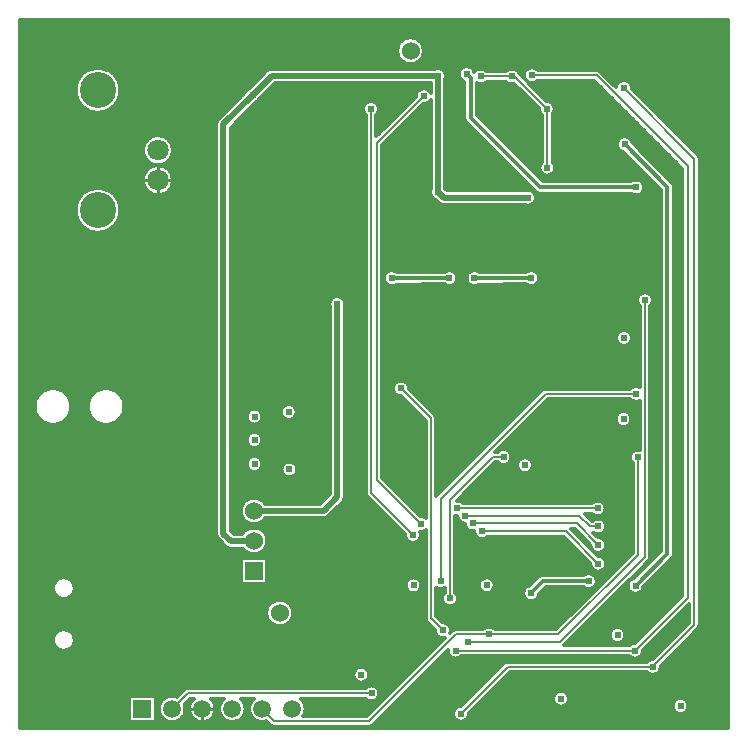
<source format=gbl>
G04 DipTrace 3.0.0.2*
G04 SDR_Transmitter.GBL*
%MOIN*%
G04 #@! TF.FileFunction,Copper,L4,Bot*
G04 #@! TF.Part,Single*
G04 #@! TA.AperFunction,Conductor*
%ADD13C,0.006*%
G04 #@! TA.AperFunction,CopperBalancing*
%ADD14C,0.01*%
G04 #@! TA.AperFunction,Conductor*
%ADD16C,0.013801*%
%ADD18C,0.02*%
G04 #@! TA.AperFunction,CopperBalancing*
%ADD21C,0.012*%
G04 #@! TA.AperFunction,ComponentPad*
%ADD25C,0.06*%
%ADD31R,0.06X0.06*%
%ADD32R,0.059055X0.059055*%
%ADD34C,0.059055*%
%ADD35C,0.120079*%
%ADD37C,0.070866*%
G04 #@! TA.AperFunction,ViaPad*
%ADD56C,0.024*%
%FSLAX26Y26*%
G04*
G70*
G90*
G75*
G01*
G04 Bottom*
%LPD*%
X1723906Y469906D2*
D16*
X1764000Y510000D1*
X1916000D1*
X1430000Y346000D2*
D13*
X1390000Y386000D1*
Y1052000D1*
X1290000Y1152000D1*
X1454000Y452000D2*
Y780000D1*
X1598000Y924000D1*
X1632000D1*
X1356000Y700000D2*
X1210000Y846000D1*
Y1970000D1*
X1366000Y2126000D1*
X2072000Y494000D2*
D16*
X2178000Y600000D1*
Y1824000D1*
X2036000Y1966000D1*
X1560000Y676000D2*
D13*
X1840000D1*
X1948000Y568000D1*
X1414000Y2193682D2*
D18*
Y1806000D1*
X1432000Y1788000D1*
X1714000D1*
X800000Y644000D2*
X798000Y642000D1*
X724000D1*
X698000Y668000D1*
Y2032000D1*
X796000Y2130000D1*
X1414000Y2193682D2*
X859682D1*
X796000Y2130000D1*
X1478000Y752000D2*
D13*
X1946000D1*
X1260000Y1520000D2*
D16*
X1450992D1*
X1535008D2*
X1724000D1*
X1512000Y306000D2*
D13*
X1820000D1*
X2104000Y590000D1*
Y1446000D1*
X1530000Y702000D2*
X1876000D1*
X1948000Y630000D1*
X2074000Y1134008D2*
X1772008D1*
X1422000Y784000D1*
Y510000D1*
X1504000Y728000D2*
X1884000D1*
X1920000Y692000D1*
X1948000D1*
X1584000Y332110D2*
X1474110D1*
X1184000Y42000D1*
X866000D1*
X826000Y82000D1*
X828000Y84000D1*
X2080000Y922000D2*
Y598000D1*
X1814110Y332110D1*
X1584000D1*
X1556000Y2192000D2*
X1660000D1*
X1776000Y2084000D2*
X1668000Y2192000D1*
X1660000D1*
X1778000Y1888000D2*
Y2084000D1*
X1776000D1*
X2070201Y278000D2*
X1472000D1*
X1726000Y2196000D2*
X1942000D1*
X2246000Y1892000D1*
Y453799D1*
X2070201Y278000D1*
X1490000Y68000D2*
X1646000Y224000D1*
X2128000D1*
X2130000D1*
X2033039Y2152961D2*
X2268000Y1918000D1*
Y364000D1*
X2128000Y224000D1*
X1192000Y136000D2*
X580000D1*
X528000Y84000D1*
X1330000Y664000D2*
X1190000Y804000D1*
Y2084063D1*
X800000Y744000D2*
D18*
X1032000D1*
X1078000Y790000D1*
Y1434000D1*
X2074000Y1822000D2*
D16*
X1754000D1*
X1522000Y2054000D1*
Y2188000D1*
X1510000Y2200000D1*
D56*
X1723906Y469906D3*
X1916000Y510000D3*
D3*
X1430000Y346000D3*
X1290000Y1152000D3*
X1454000Y452000D3*
X1632000Y924000D3*
X1356000Y700000D3*
X1366000Y2126000D3*
X2072000Y494000D3*
X2036000Y1966000D3*
X1560000Y676000D3*
X1948000Y568000D3*
X1414000Y2193682D3*
X1714000Y1788000D3*
X796000Y2130000D3*
X1414000Y2193682D3*
Y1806000D3*
X1478000Y752000D3*
X1946000D3*
X1260000Y1520000D3*
X1450992D3*
X1535008D3*
X1724000D3*
X1512000Y306000D3*
X2104000Y1446000D3*
X1530000Y702000D3*
X1948000Y630000D3*
X2074000Y1134008D3*
X1422000Y510000D3*
X1504000Y728000D3*
X1948000Y692000D3*
X1584000Y332110D3*
X2080000Y922000D3*
X1584000Y332110D3*
X1556000Y2192000D3*
X1660000D3*
X1776000Y2084000D3*
X1778000Y1888000D3*
X1776000Y2084000D3*
X1660000Y2192000D3*
X2070201Y278000D3*
X1472000D3*
X1726000Y2196000D3*
X2070201Y278000D3*
X1490000Y68000D3*
X2130000Y224000D3*
X2033039Y2152961D3*
X1192000Y136000D3*
X1330000Y664000D3*
X1190000Y2084063D3*
X1078000Y1434000D3*
X2074000Y1822000D3*
X1510000Y2200000D3*
X802000Y1058000D3*
Y980000D3*
Y900000D3*
X1332000Y496000D3*
X2222000Y94000D3*
X1824000Y118000D3*
X2012000Y330000D3*
X1704000Y896000D3*
X1576000Y496000D3*
X1158000Y198000D3*
X2032000Y1050000D3*
X2034000Y1320000D3*
X1960000Y360000D3*
X1944000Y1022000D3*
X1630000Y776000D3*
X1618000Y644000D3*
X1734000Y568000D3*
X1702000Y842000D3*
X1530000Y950000D3*
X1162000Y562000D3*
X1398000Y204000D3*
X1382000Y316000D3*
X1570000Y226000D3*
X1502000Y506000D3*
X1878000Y454000D3*
X1598000Y2098000D3*
X1662000Y2020000D3*
X1474000Y1982000D3*
X1564000Y1894000D3*
X1330000Y1944000D3*
X1494000Y1568000D3*
X1568000Y1744000D3*
X1396000Y1746000D3*
X1842000Y1780000D3*
X1854000Y1700000D3*
X1892000Y2084000D3*
X2214000Y1300000D3*
X1140000Y1154000D3*
X1278000Y878000D3*
X2232000Y386000D3*
X2138000Y1028000D3*
X1494000Y1230000D3*
X1224000Y174000D3*
X1324000Y418000D3*
X946000Y2112000D3*
X920000Y1610000D3*
X906000Y1180000D3*
X466000Y618000D3*
X526000Y378000D3*
X1026000Y386000D3*
X2274000Y178000D3*
X1804000Y1226000D3*
X1848000Y2288000D3*
X2212000Y1858000D3*
X290000Y1550000D3*
X1572000Y50000D3*
X506000Y2182000D3*
X218000Y1092000D3*
X1736000Y252000D3*
X1954000Y114000D3*
X2334000Y1060000D3*
X916000Y1074000D3*
X918000Y882000D3*
X20199Y2369131D2*
D21*
X2379797D1*
X20199Y2357262D2*
X2379797D1*
X20199Y2345394D2*
X2379797D1*
X20199Y2333525D2*
X2379797D1*
X20199Y2321656D2*
X1312289D1*
X1331727D2*
X2379797D1*
X20199Y2309787D2*
X1289694D1*
X1354322D2*
X2379797D1*
X20199Y2297919D2*
X1281022D1*
X1362970D2*
X2379797D1*
X20199Y2286050D2*
X1277062D1*
X1366954D2*
X2379797D1*
X20199Y2274181D2*
X1276476D1*
X1367517D2*
X2379797D1*
X20199Y2262312D2*
X1279171D1*
X1364822D2*
X2379797D1*
X20199Y2250444D2*
X1285874D1*
X1358118D2*
X2379797D1*
X20199Y2238575D2*
X1300194D1*
X1343798D2*
X2379797D1*
X20199Y2226706D2*
X2379797D1*
X20199Y2214837D2*
X250171D1*
X309642D2*
X846186D1*
X1431126D2*
X1486874D1*
X1533126D2*
X1541388D1*
X1570602D2*
X1645406D1*
X1674594D2*
X1706178D1*
X1745822D2*
X2379797D1*
X20199Y2202969D2*
X230671D1*
X329142D2*
X833155D1*
X1440009D2*
X1482491D1*
X1685306D2*
X1699265D1*
X1960930D2*
X2379797D1*
X20199Y2191100D2*
X219374D1*
X340438D2*
X821297D1*
X1441555D2*
X1483850D1*
X1972814D2*
X2379797D1*
X20199Y2179231D2*
X212014D1*
X347798D2*
X809437D1*
X1439657D2*
X1492382D1*
X1984673D2*
X2028514D1*
X2037550D2*
X2379797D1*
X20199Y2167362D2*
X207304D1*
X352509D2*
X797554D1*
X869165D2*
X1388343D1*
X1439657D2*
X1499437D1*
X1566899D2*
X1649085D1*
X1718539D2*
X1944726D1*
X1996531D2*
X2009625D1*
X2056462D2*
X2379797D1*
X20199Y2155493D2*
X204797D1*
X355017D2*
X785694D1*
X857306D2*
X1388343D1*
X1439657D2*
X1499437D1*
X1544563D2*
X1678593D1*
X1730399D2*
X1956609D1*
X2060587D2*
X2379797D1*
X20199Y2143625D2*
X204234D1*
X355579D2*
X772101D1*
X845423D2*
X1345030D1*
X1439657D2*
X1499437D1*
X1544563D2*
X1690476D1*
X1742282D2*
X1968469D1*
X2068274D2*
X2379797D1*
X20199Y2131756D2*
X205570D1*
X354243D2*
X761953D1*
X833563D2*
X1338961D1*
X1439657D2*
X1499437D1*
X1544563D2*
X1702335D1*
X1754142D2*
X1980350D1*
X2080157D2*
X2379797D1*
X20199Y2119887D2*
X208921D1*
X350891D2*
X750093D1*
X821681D2*
X1333991D1*
X1439657D2*
X1499437D1*
X1544563D2*
X1714218D1*
X1766024D2*
X1992210D1*
X2092017D2*
X2379797D1*
X20199Y2108018D2*
X214593D1*
X345219D2*
X738210D1*
X811954D2*
X1177522D1*
X1202493D2*
X1322109D1*
X1439657D2*
X1499437D1*
X1544563D2*
X1726077D1*
X1788360D2*
X2004070D1*
X2103875D2*
X2379797D1*
X20199Y2096150D2*
X223312D1*
X336501D2*
X726350D1*
X797962D2*
X1165241D1*
X1214751D2*
X1310249D1*
X1362055D2*
X1388343D1*
X1439657D2*
X1499437D1*
X1544563D2*
X1737937D1*
X1800735D2*
X2015953D1*
X2115759D2*
X2379797D1*
X20199Y2084281D2*
X236953D1*
X322860D2*
X714469D1*
X786079D2*
X1162312D1*
X1217681D2*
X1298390D1*
X1350173D2*
X1388343D1*
X1439657D2*
X1499437D1*
X1544563D2*
X1748319D1*
X1803688D2*
X2027812D1*
X2127618D2*
X2379797D1*
X20199Y2072412D2*
X266953D1*
X292860D2*
X702609D1*
X774219D2*
X1165030D1*
X1214986D2*
X1286507D1*
X1338314D2*
X1388343D1*
X1439657D2*
X1499437D1*
X1544563D2*
X1750991D1*
X1801017D2*
X2039694D1*
X2139501D2*
X2379797D1*
X20199Y2060543D2*
X690749D1*
X762337D2*
X1171335D1*
X1208657D2*
X1274648D1*
X1326454D2*
X1388343D1*
X1439657D2*
X1499437D1*
X1546883D2*
X1759335D1*
X1796657D2*
X2051554D1*
X2151360D2*
X2379797D1*
X20199Y2048675D2*
X678890D1*
X750478D2*
X1171335D1*
X1208657D2*
X1262765D1*
X1314571D2*
X1388343D1*
X1439657D2*
X1500117D1*
X1558743D2*
X1759335D1*
X1796657D2*
X2063413D1*
X2163219D2*
X2379797D1*
X20199Y2036806D2*
X672819D1*
X738618D2*
X1171335D1*
X1208657D2*
X1250906D1*
X1302711D2*
X1388343D1*
X1439657D2*
X1507781D1*
X1570602D2*
X1759335D1*
X1796657D2*
X2075297D1*
X2175102D2*
X2379797D1*
X20199Y2024937D2*
X672327D1*
X726735D2*
X1171335D1*
X1208657D2*
X1239046D1*
X1290829D2*
X1388343D1*
X1439657D2*
X1519640D1*
X1582486D2*
X1759335D1*
X1796657D2*
X2087155D1*
X2186962D2*
X2379797D1*
X20199Y2013068D2*
X672327D1*
X723665D2*
X1171335D1*
X1208657D2*
X1227163D1*
X1278970D2*
X1388343D1*
X1439657D2*
X1531522D1*
X1594345D2*
X1759335D1*
X1796657D2*
X2099038D1*
X2198845D2*
X2379797D1*
X20199Y2001199D2*
X672327D1*
X723665D2*
X1171335D1*
X1208657D2*
X1215298D1*
X1267110D2*
X1388343D1*
X1439657D2*
X1543382D1*
X1606227D2*
X1759335D1*
X1796657D2*
X2110898D1*
X2210703D2*
X2379797D1*
X20199Y1989331D2*
X454030D1*
X506001D2*
X672327D1*
X723665D2*
X1171335D1*
X1255227D2*
X1388343D1*
X1439657D2*
X1555241D1*
X1618087D2*
X1759335D1*
X1796657D2*
X2022281D1*
X2049735D2*
X2122757D1*
X2222563D2*
X2379797D1*
X20199Y1977462D2*
X440062D1*
X519970D2*
X672327D1*
X723665D2*
X1171335D1*
X1243367D2*
X1388343D1*
X1439657D2*
X1567125D1*
X1629946D2*
X1759335D1*
X1796657D2*
X2010937D1*
X2061079D2*
X2134640D1*
X2234446D2*
X2379797D1*
X20199Y1965593D2*
X432913D1*
X527118D2*
X672327D1*
X723665D2*
X1171335D1*
X1231486D2*
X1388343D1*
X1439657D2*
X1578983D1*
X1641829D2*
X1759335D1*
X1796657D2*
X2008312D1*
X2067829D2*
X2146499D1*
X2246306D2*
X2379797D1*
X20199Y1953724D2*
X429514D1*
X530517D2*
X672327D1*
X723665D2*
X1171335D1*
X1228673D2*
X1388343D1*
X1439657D2*
X1590866D1*
X1653688D2*
X1759335D1*
X1796657D2*
X2011335D1*
X2079688D2*
X2158382D1*
X2258188D2*
X2379797D1*
X20199Y1941856D2*
X429070D1*
X530962D2*
X672327D1*
X723665D2*
X1171335D1*
X1228673D2*
X1388343D1*
X1439657D2*
X1602726D1*
X1665571D2*
X1759335D1*
X1796657D2*
X2023921D1*
X2091571D2*
X2170241D1*
X2270047D2*
X2379797D1*
X20199Y1929987D2*
X431530D1*
X528501D2*
X672327D1*
X723665D2*
X1171335D1*
X1228673D2*
X1388343D1*
X1439657D2*
X1614585D1*
X1677430D2*
X1759335D1*
X1796657D2*
X2040585D1*
X2103430D2*
X2182101D1*
X2281907D2*
X2379797D1*
X20199Y1918118D2*
X437413D1*
X522618D2*
X672327D1*
X723665D2*
X1171335D1*
X1228673D2*
X1388343D1*
X1439657D2*
X1626469D1*
X1689290D2*
X1759335D1*
X1796657D2*
X2052469D1*
X2115290D2*
X2193983D1*
X2286665D2*
X2379797D1*
X20199Y1906249D2*
X448640D1*
X511391D2*
X672327D1*
X723665D2*
X1171335D1*
X1228673D2*
X1388343D1*
X1439657D2*
X1638327D1*
X1701173D2*
X1757625D1*
X1798391D2*
X2064327D1*
X2127173D2*
X2205843D1*
X2286665D2*
X2379797D1*
X20199Y1894381D2*
X466546D1*
X493486D2*
X672327D1*
X723665D2*
X1171335D1*
X1228673D2*
X1388343D1*
X1439657D2*
X1650210D1*
X1713031D2*
X1751109D1*
X1804907D2*
X2076210D1*
X2139031D2*
X2217726D1*
X2286665D2*
X2379797D1*
X20199Y1882512D2*
X444773D1*
X515259D2*
X672327D1*
X723665D2*
X1171335D1*
X1228673D2*
X1388343D1*
X1439657D2*
X1662070D1*
X1724915D2*
X1750898D1*
X1805094D2*
X2088070D1*
X2150915D2*
X2227335D1*
X2286665D2*
X2379797D1*
X20199Y1870643D2*
X435421D1*
X524610D2*
X672327D1*
X723665D2*
X1171335D1*
X1228673D2*
X1388343D1*
X1439657D2*
X1673929D1*
X1736774D2*
X1756804D1*
X1799188D2*
X2099929D1*
X2162774D2*
X2227335D1*
X2286665D2*
X2379797D1*
X20199Y1858774D2*
X430570D1*
X529462D2*
X672327D1*
X723665D2*
X1171335D1*
X1228673D2*
X1388343D1*
X1439657D2*
X1685812D1*
X1748634D2*
X2111812D1*
X2174634D2*
X2227335D1*
X2286665D2*
X2379797D1*
X20199Y1846906D2*
X428906D1*
X531126D2*
X672327D1*
X723665D2*
X1171335D1*
X1228673D2*
X1388343D1*
X1439657D2*
X1697671D1*
X1760517D2*
X2063812D1*
X2084188D2*
X2123671D1*
X2186517D2*
X2227335D1*
X2286665D2*
X2379797D1*
X20199Y1835037D2*
X430125D1*
X529907D2*
X672327D1*
X723665D2*
X1171335D1*
X1228673D2*
X1388343D1*
X1439657D2*
X1709554D1*
X2098251D2*
X2135554D1*
X2197486D2*
X2227335D1*
X2286665D2*
X2379797D1*
X20199Y1823168D2*
X434437D1*
X525594D2*
X672327D1*
X723665D2*
X1171335D1*
X1228673D2*
X1388343D1*
X1439657D2*
X1721413D1*
X2101650D2*
X2147413D1*
X2200579D2*
X2227335D1*
X2286665D2*
X2379797D1*
X20199Y1811299D2*
X242906D1*
X317094D2*
X442945D1*
X517087D2*
X672327D1*
X723665D2*
X1171335D1*
X1228673D2*
X1386866D1*
X2099423D2*
X2155429D1*
X2200579D2*
X2227335D1*
X2286665D2*
X2379797D1*
X20199Y1799430D2*
X226850D1*
X333150D2*
X460850D1*
X499181D2*
X672327D1*
X723665D2*
X1171335D1*
X1228673D2*
X1387148D1*
X1739094D2*
X2058961D1*
X2089039D2*
X2155429D1*
X2200579D2*
X2227335D1*
X2286665D2*
X2379797D1*
X20199Y1787562D2*
X216937D1*
X343063D2*
X672327D1*
X723665D2*
X1171335D1*
X1228673D2*
X1393804D1*
X1741673D2*
X2155429D1*
X2200579D2*
X2227335D1*
X2286665D2*
X2379797D1*
X20199Y1775693D2*
X210445D1*
X349555D2*
X672327D1*
X723665D2*
X1171335D1*
X1228673D2*
X1408499D1*
X1738650D2*
X2155429D1*
X2200579D2*
X2227335D1*
X2286665D2*
X2379797D1*
X20199Y1763824D2*
X206437D1*
X353563D2*
X672327D1*
X723665D2*
X1171335D1*
X1228673D2*
X1427038D1*
X1725993D2*
X2155429D1*
X2200579D2*
X2227335D1*
X2286665D2*
X2379797D1*
X20199Y1751955D2*
X204514D1*
X355486D2*
X672327D1*
X723665D2*
X1171335D1*
X1228673D2*
X2155429D1*
X2200579D2*
X2227335D1*
X2286665D2*
X2379797D1*
X20199Y1740087D2*
X204514D1*
X355486D2*
X672327D1*
X723665D2*
X1171335D1*
X1228673D2*
X2155429D1*
X2200579D2*
X2227335D1*
X2286665D2*
X2379797D1*
X20199Y1728218D2*
X206437D1*
X353563D2*
X672327D1*
X723665D2*
X1171335D1*
X1228673D2*
X2155429D1*
X2200579D2*
X2227335D1*
X2286665D2*
X2379797D1*
X20199Y1716349D2*
X210445D1*
X349555D2*
X672327D1*
X723665D2*
X1171335D1*
X1228673D2*
X2155429D1*
X2200579D2*
X2227335D1*
X2286665D2*
X2379797D1*
X20199Y1704480D2*
X216913D1*
X343087D2*
X672327D1*
X723665D2*
X1171335D1*
X1228673D2*
X2155429D1*
X2200579D2*
X2227335D1*
X2286665D2*
X2379797D1*
X20199Y1692612D2*
X226804D1*
X333196D2*
X672327D1*
X723665D2*
X1171335D1*
X1228673D2*
X2155429D1*
X2200579D2*
X2227335D1*
X2286665D2*
X2379797D1*
X20199Y1680743D2*
X242812D1*
X317188D2*
X672327D1*
X723665D2*
X1171335D1*
X1228673D2*
X2155429D1*
X2200579D2*
X2227335D1*
X2286665D2*
X2379797D1*
X20199Y1668874D2*
X672327D1*
X723665D2*
X1171335D1*
X1228673D2*
X2155429D1*
X2200579D2*
X2227335D1*
X2286665D2*
X2379797D1*
X20199Y1657005D2*
X672327D1*
X723665D2*
X1171335D1*
X1228673D2*
X2155429D1*
X2200579D2*
X2227335D1*
X2286665D2*
X2379797D1*
X20199Y1645136D2*
X672327D1*
X723665D2*
X1171335D1*
X1228673D2*
X2155429D1*
X2200579D2*
X2227335D1*
X2286665D2*
X2379797D1*
X20199Y1633268D2*
X672327D1*
X723665D2*
X1171335D1*
X1228673D2*
X2155429D1*
X2200579D2*
X2227335D1*
X2286665D2*
X2379797D1*
X20199Y1621399D2*
X672327D1*
X723665D2*
X1171335D1*
X1228673D2*
X2155429D1*
X2200579D2*
X2227335D1*
X2286665D2*
X2379797D1*
X20199Y1609530D2*
X672327D1*
X723665D2*
X1171335D1*
X1228673D2*
X2155429D1*
X2200579D2*
X2227335D1*
X2286665D2*
X2379797D1*
X20199Y1597661D2*
X672327D1*
X723665D2*
X1171335D1*
X1228673D2*
X2155429D1*
X2200579D2*
X2227335D1*
X2286665D2*
X2379797D1*
X20199Y1585793D2*
X672327D1*
X723665D2*
X1171335D1*
X1228673D2*
X2155429D1*
X2200579D2*
X2227335D1*
X2286665D2*
X2379797D1*
X20199Y1573924D2*
X672327D1*
X723665D2*
X1171335D1*
X1228673D2*
X2155429D1*
X2200579D2*
X2227335D1*
X2286665D2*
X2379797D1*
X20199Y1562055D2*
X672327D1*
X723665D2*
X1171335D1*
X1228673D2*
X2155429D1*
X2200579D2*
X2227335D1*
X2286665D2*
X2379797D1*
X20199Y1550186D2*
X672327D1*
X723665D2*
X1171335D1*
X1228673D2*
X2155429D1*
X2200579D2*
X2227335D1*
X2286665D2*
X2379797D1*
X20199Y1538318D2*
X672327D1*
X723665D2*
X1171335D1*
X1228673D2*
X1239678D1*
X1471322D2*
X1514694D1*
X1744322D2*
X2155429D1*
X2200579D2*
X2227335D1*
X2286665D2*
X2379797D1*
X20199Y1526449D2*
X672327D1*
X723665D2*
X1171335D1*
X1477883D2*
X1508133D1*
X1750883D2*
X2155429D1*
X2200579D2*
X2227335D1*
X2286665D2*
X2379797D1*
X20199Y1514580D2*
X672327D1*
X723665D2*
X1171335D1*
X1478118D2*
X1507898D1*
X1751118D2*
X2155429D1*
X2200579D2*
X2227335D1*
X2286665D2*
X2379797D1*
X20199Y1502711D2*
X672327D1*
X723665D2*
X1171335D1*
X1228673D2*
X1238741D1*
X1472259D2*
X1513757D1*
X1745259D2*
X2155429D1*
X2200579D2*
X2227335D1*
X2286665D2*
X2379797D1*
X20199Y1490843D2*
X672327D1*
X723665D2*
X1171335D1*
X1228673D2*
X2155429D1*
X2200579D2*
X2227335D1*
X2286665D2*
X2379797D1*
X20199Y1478974D2*
X672327D1*
X723665D2*
X1171335D1*
X1228673D2*
X2155429D1*
X2200579D2*
X2227335D1*
X2286665D2*
X2379797D1*
X20199Y1467105D2*
X672327D1*
X723665D2*
X1171335D1*
X1228673D2*
X2086804D1*
X2121196D2*
X2155429D1*
X2200579D2*
X2227335D1*
X2286665D2*
X2379797D1*
X20199Y1455236D2*
X672327D1*
X723665D2*
X1060991D1*
X1095009D2*
X1171335D1*
X1228673D2*
X2077991D1*
X2130009D2*
X2155429D1*
X2200579D2*
X2227335D1*
X2286665D2*
X2379797D1*
X20199Y1443367D2*
X672327D1*
X723665D2*
X1052038D1*
X1103962D2*
X1171335D1*
X1228673D2*
X2076445D1*
X2131555D2*
X2155429D1*
X2200579D2*
X2227335D1*
X2286665D2*
X2379797D1*
X20199Y1431499D2*
X672327D1*
X723665D2*
X1050445D1*
X1105555D2*
X1171335D1*
X1228673D2*
X2080640D1*
X2127360D2*
X2155429D1*
X2200579D2*
X2227335D1*
X2286665D2*
X2379797D1*
X20199Y1419630D2*
X672327D1*
X723665D2*
X1052343D1*
X1103657D2*
X1171335D1*
X1228673D2*
X2085327D1*
X2122673D2*
X2155429D1*
X2200579D2*
X2227335D1*
X2286665D2*
X2379797D1*
X20199Y1407761D2*
X672327D1*
X723665D2*
X1052343D1*
X1103657D2*
X1171335D1*
X1228673D2*
X2085327D1*
X2122673D2*
X2155429D1*
X2200579D2*
X2227335D1*
X2286665D2*
X2379797D1*
X20199Y1395892D2*
X672327D1*
X723665D2*
X1052343D1*
X1103657D2*
X1171335D1*
X1228673D2*
X2085327D1*
X2122673D2*
X2155429D1*
X2200579D2*
X2227335D1*
X2286665D2*
X2379797D1*
X20199Y1384024D2*
X672327D1*
X723665D2*
X1052343D1*
X1103657D2*
X1171335D1*
X1228673D2*
X2085327D1*
X2122673D2*
X2155429D1*
X2200579D2*
X2227335D1*
X2286665D2*
X2379797D1*
X20199Y1372155D2*
X672327D1*
X723665D2*
X1052343D1*
X1103657D2*
X1171335D1*
X1228673D2*
X2085327D1*
X2122673D2*
X2155429D1*
X2200579D2*
X2227335D1*
X2286665D2*
X2379797D1*
X20199Y1360286D2*
X672327D1*
X723665D2*
X1052343D1*
X1103657D2*
X1171335D1*
X1228673D2*
X2085327D1*
X2122673D2*
X2155429D1*
X2200579D2*
X2227335D1*
X2286665D2*
X2379797D1*
X20199Y1348417D2*
X672327D1*
X723665D2*
X1052343D1*
X1103657D2*
X1171335D1*
X1228673D2*
X2085327D1*
X2122673D2*
X2155429D1*
X2200579D2*
X2227335D1*
X2286665D2*
X2379797D1*
X20199Y1336549D2*
X672327D1*
X723665D2*
X1052343D1*
X1103657D2*
X1171335D1*
X1228673D2*
X2012133D1*
X2055875D2*
X2085327D1*
X2122673D2*
X2155429D1*
X2200579D2*
X2227335D1*
X2286665D2*
X2379797D1*
X20199Y1324680D2*
X672327D1*
X723665D2*
X1052343D1*
X1103657D2*
X1171335D1*
X1228673D2*
X2006741D1*
X2061266D2*
X2085327D1*
X2122673D2*
X2155429D1*
X2200579D2*
X2227335D1*
X2286665D2*
X2379797D1*
X20199Y1312811D2*
X672327D1*
X723665D2*
X1052343D1*
X1103657D2*
X1171335D1*
X1228673D2*
X2007304D1*
X2060681D2*
X2085327D1*
X2122673D2*
X2155429D1*
X2200579D2*
X2227335D1*
X2286665D2*
X2379797D1*
X20199Y1300942D2*
X672327D1*
X723665D2*
X1052343D1*
X1103657D2*
X1171335D1*
X1228673D2*
X2014406D1*
X2053579D2*
X2085327D1*
X2122673D2*
X2155429D1*
X2200579D2*
X2227335D1*
X2286665D2*
X2379797D1*
X20199Y1289073D2*
X672327D1*
X723665D2*
X1052343D1*
X1103657D2*
X1171335D1*
X1228673D2*
X2085327D1*
X2122673D2*
X2155429D1*
X2200579D2*
X2227335D1*
X2286665D2*
X2379797D1*
X20199Y1277205D2*
X672327D1*
X723665D2*
X1052343D1*
X1103657D2*
X1171335D1*
X1228673D2*
X2085327D1*
X2122673D2*
X2155429D1*
X2200579D2*
X2227335D1*
X2286665D2*
X2379797D1*
X20199Y1265336D2*
X672327D1*
X723665D2*
X1052343D1*
X1103657D2*
X1171335D1*
X1228673D2*
X2085327D1*
X2122673D2*
X2155429D1*
X2200579D2*
X2227335D1*
X2286665D2*
X2379797D1*
X20199Y1253467D2*
X672327D1*
X723665D2*
X1052343D1*
X1103657D2*
X1171335D1*
X1228673D2*
X2085327D1*
X2122673D2*
X2155429D1*
X2200579D2*
X2227335D1*
X2286665D2*
X2379797D1*
X20199Y1241598D2*
X672327D1*
X723665D2*
X1052343D1*
X1103657D2*
X1171335D1*
X1228673D2*
X2085327D1*
X2122673D2*
X2155429D1*
X2200579D2*
X2227335D1*
X2286665D2*
X2379797D1*
X20199Y1229730D2*
X672327D1*
X723665D2*
X1052343D1*
X1103657D2*
X1171335D1*
X1228673D2*
X2085327D1*
X2122673D2*
X2155429D1*
X2200579D2*
X2227335D1*
X2286665D2*
X2379797D1*
X20199Y1217861D2*
X672327D1*
X723665D2*
X1052343D1*
X1103657D2*
X1171335D1*
X1228673D2*
X2085327D1*
X2122673D2*
X2155429D1*
X2200579D2*
X2227335D1*
X2286665D2*
X2379797D1*
X20199Y1205992D2*
X672327D1*
X723665D2*
X1052343D1*
X1103657D2*
X1171335D1*
X1228673D2*
X2085327D1*
X2122673D2*
X2155429D1*
X2200579D2*
X2227335D1*
X2286665D2*
X2379797D1*
X20199Y1194123D2*
X672327D1*
X723665D2*
X1052343D1*
X1103657D2*
X1171335D1*
X1228673D2*
X2085327D1*
X2122673D2*
X2155429D1*
X2200579D2*
X2227335D1*
X2286665D2*
X2379797D1*
X20199Y1182255D2*
X672327D1*
X723665D2*
X1052343D1*
X1103657D2*
X1171335D1*
X1228673D2*
X2085327D1*
X2122673D2*
X2155429D1*
X2200579D2*
X2227335D1*
X2286665D2*
X2379797D1*
X20199Y1170386D2*
X672327D1*
X723665D2*
X1052343D1*
X1103657D2*
X1171335D1*
X1228673D2*
X1269749D1*
X1310259D2*
X2085327D1*
X2122673D2*
X2155429D1*
X2200579D2*
X2227335D1*
X2286665D2*
X2379797D1*
X20199Y1158517D2*
X672327D1*
X723665D2*
X1052343D1*
X1103657D2*
X1171335D1*
X1228673D2*
X1263140D1*
X1316867D2*
X2062781D1*
X2122673D2*
X2155429D1*
X2200579D2*
X2227335D1*
X2286665D2*
X2379797D1*
X20199Y1146648D2*
X101133D1*
X158867D2*
X278297D1*
X336031D2*
X672327D1*
X723665D2*
X1052343D1*
X1103657D2*
X1171335D1*
X1228673D2*
X1262858D1*
X1321251D2*
X1758749D1*
X2122673D2*
X2155429D1*
X2200579D2*
X2227335D1*
X2286665D2*
X2379797D1*
X20199Y1134780D2*
X84961D1*
X175039D2*
X262125D1*
X352203D2*
X672327D1*
X723665D2*
X1052343D1*
X1103657D2*
X1171335D1*
X1228673D2*
X1268694D1*
X1333134D2*
X1746866D1*
X2122673D2*
X2155429D1*
X2200579D2*
X2227335D1*
X2286665D2*
X2379797D1*
X20199Y1122911D2*
X75913D1*
X184087D2*
X253077D1*
X361251D2*
X672327D1*
X723665D2*
X1052343D1*
X1103657D2*
X1171335D1*
X1228673D2*
X1293186D1*
X1344993D2*
X1735007D1*
X2122673D2*
X2155429D1*
X2200579D2*
X2227335D1*
X2286665D2*
X2379797D1*
X20199Y1111042D2*
X70593D1*
X189407D2*
X247757D1*
X366571D2*
X672327D1*
X723665D2*
X1052343D1*
X1103657D2*
X1171335D1*
X1228673D2*
X1305046D1*
X1356852D2*
X1723148D1*
X1774954D2*
X2059617D1*
X2122673D2*
X2155429D1*
X2200579D2*
X2227335D1*
X2286665D2*
X2379797D1*
X20199Y1099173D2*
X67969D1*
X192031D2*
X245133D1*
X369196D2*
X672327D1*
X723665D2*
X906585D1*
X925415D2*
X1052343D1*
X1103657D2*
X1171335D1*
X1228673D2*
X1316929D1*
X1368735D2*
X1711265D1*
X1763071D2*
X2085327D1*
X2122673D2*
X2155429D1*
X2200579D2*
X2227335D1*
X2286665D2*
X2379797D1*
X20199Y1087304D2*
X67734D1*
X192266D2*
X244898D1*
X369430D2*
X672327D1*
X723665D2*
X891913D1*
X940087D2*
X1052343D1*
X1103657D2*
X1171335D1*
X1228673D2*
X1328789D1*
X1380594D2*
X1699406D1*
X1751211D2*
X2085327D1*
X2122673D2*
X2155429D1*
X2200579D2*
X2227335D1*
X2286665D2*
X2379797D1*
X20199Y1075436D2*
X69843D1*
X190157D2*
X247007D1*
X367322D2*
X672327D1*
X723665D2*
X780866D1*
X823134D2*
X888350D1*
X943650D2*
X1052343D1*
X1103657D2*
X1171335D1*
X1228673D2*
X1340671D1*
X1392478D2*
X1687522D1*
X1739329D2*
X2023429D1*
X2040571D2*
X2085327D1*
X2122673D2*
X2155429D1*
X2200579D2*
X2227335D1*
X2286665D2*
X2379797D1*
X20199Y1063567D2*
X74554D1*
X185446D2*
X251718D1*
X362610D2*
X672327D1*
X723665D2*
X774913D1*
X829087D2*
X890461D1*
X941539D2*
X1052343D1*
X1103657D2*
X1171335D1*
X1228673D2*
X1352530D1*
X1404290D2*
X1675663D1*
X1727470D2*
X2008054D1*
X2055946D2*
X2085327D1*
X2122673D2*
X2155429D1*
X2200579D2*
X2227335D1*
X2286665D2*
X2379797D1*
X20199Y1051698D2*
X82686D1*
X177314D2*
X259850D1*
X354478D2*
X672327D1*
X723665D2*
X775077D1*
X828923D2*
X900514D1*
X931486D2*
X1052343D1*
X1103657D2*
X1171335D1*
X1228673D2*
X1364390D1*
X1408673D2*
X1663804D1*
X1715610D2*
X2004374D1*
X2059626D2*
X2085327D1*
X2122673D2*
X2155429D1*
X2200579D2*
X2227335D1*
X2286665D2*
X2379797D1*
X20199Y1039829D2*
X96702D1*
X163298D2*
X273866D1*
X340462D2*
X672327D1*
X723665D2*
X781546D1*
X822454D2*
X1052343D1*
X1103657D2*
X1171335D1*
X1228673D2*
X1371327D1*
X1408673D2*
X1651921D1*
X1703727D2*
X2006343D1*
X2057657D2*
X2085327D1*
X2122673D2*
X2155429D1*
X2200579D2*
X2227335D1*
X2286665D2*
X2379797D1*
X20199Y1027961D2*
X672327D1*
X723665D2*
X1052343D1*
X1103657D2*
X1171335D1*
X1228673D2*
X1371327D1*
X1408673D2*
X1640062D1*
X1691867D2*
X2016117D1*
X2047883D2*
X2085327D1*
X2122673D2*
X2155429D1*
X2200579D2*
X2227335D1*
X2286665D2*
X2379797D1*
X20199Y1016092D2*
X672327D1*
X723665D2*
X1052343D1*
X1103657D2*
X1171335D1*
X1228673D2*
X1371327D1*
X1408673D2*
X1628178D1*
X1679986D2*
X2085327D1*
X2122673D2*
X2155429D1*
X2200579D2*
X2227335D1*
X2286665D2*
X2379797D1*
X20199Y1004223D2*
X672327D1*
X723665D2*
X790101D1*
X813899D2*
X1052343D1*
X1103657D2*
X1171335D1*
X1228673D2*
X1371327D1*
X1408673D2*
X1616319D1*
X1668126D2*
X2085327D1*
X2122673D2*
X2155429D1*
X2200579D2*
X2227335D1*
X2286665D2*
X2379797D1*
X20199Y992354D2*
X672327D1*
X723665D2*
X777374D1*
X826626D2*
X1052343D1*
X1103657D2*
X1171335D1*
X1228673D2*
X1371327D1*
X1408673D2*
X1604461D1*
X1656266D2*
X2085327D1*
X2122673D2*
X2155429D1*
X2200579D2*
X2227335D1*
X2286665D2*
X2379797D1*
X20199Y980486D2*
X672327D1*
X723665D2*
X774327D1*
X829673D2*
X1052343D1*
X1103657D2*
X1171335D1*
X1228673D2*
X1371327D1*
X1408673D2*
X1592577D1*
X1644383D2*
X2085327D1*
X2122673D2*
X2155429D1*
X2200579D2*
X2227335D1*
X2286665D2*
X2379797D1*
X20199Y968617D2*
X672327D1*
X723665D2*
X776882D1*
X827118D2*
X1052343D1*
X1103657D2*
X1171335D1*
X1228673D2*
X1371327D1*
X1408673D2*
X1580718D1*
X1632524D2*
X2085327D1*
X2122673D2*
X2155429D1*
X2200579D2*
X2227335D1*
X2286665D2*
X2379797D1*
X20199Y956748D2*
X672327D1*
X723665D2*
X788133D1*
X815867D2*
X1052343D1*
X1103657D2*
X1171335D1*
X1228673D2*
X1371327D1*
X1408673D2*
X1568835D1*
X1620642D2*
X2085327D1*
X2122673D2*
X2155429D1*
X2200579D2*
X2227335D1*
X2286665D2*
X2379797D1*
X20199Y944879D2*
X672327D1*
X723665D2*
X1052343D1*
X1103657D2*
X1171335D1*
X1228673D2*
X1371327D1*
X1408673D2*
X1556976D1*
X1649493D2*
X2065476D1*
X2122673D2*
X2155429D1*
X2200579D2*
X2227335D1*
X2286665D2*
X2379797D1*
X20199Y933010D2*
X672327D1*
X723665D2*
X1052343D1*
X1103657D2*
X1171335D1*
X1228673D2*
X1371327D1*
X1408673D2*
X1545117D1*
X1658094D2*
X2054718D1*
X2122673D2*
X2155429D1*
X2200579D2*
X2227335D1*
X2286665D2*
X2379797D1*
X20199Y921142D2*
X672327D1*
X723665D2*
X784850D1*
X819150D2*
X1052343D1*
X1103657D2*
X1171335D1*
X1228673D2*
X1371327D1*
X1408673D2*
X1533234D1*
X1659524D2*
X1694483D1*
X1713501D2*
X2052327D1*
X2122673D2*
X2155429D1*
X2200579D2*
X2227335D1*
X2286665D2*
X2379797D1*
X20199Y909273D2*
X672327D1*
X723665D2*
X775991D1*
X828009D2*
X1052343D1*
X1103657D2*
X1171335D1*
X1228673D2*
X1371327D1*
X1408673D2*
X1521374D1*
X1655211D2*
X1679882D1*
X1728102D2*
X2055585D1*
X2122673D2*
X2155429D1*
X2200579D2*
X2227335D1*
X2286665D2*
X2379797D1*
X20199Y897404D2*
X672327D1*
X723665D2*
X774445D1*
X829555D2*
X895265D1*
X940743D2*
X1052343D1*
X1103657D2*
X1171335D1*
X1228673D2*
X1371327D1*
X1408673D2*
X1509491D1*
X1597298D2*
X1676366D1*
X1731642D2*
X2061327D1*
X2122673D2*
X2155429D1*
X2200579D2*
X2227335D1*
X2286665D2*
X2379797D1*
X20199Y885535D2*
X672327D1*
X723665D2*
X778617D1*
X825383D2*
X890554D1*
X945454D2*
X1052343D1*
X1103657D2*
X1171335D1*
X1228673D2*
X1371327D1*
X1408673D2*
X1497633D1*
X1585438D2*
X1678476D1*
X1729531D2*
X2061327D1*
X2122673D2*
X2155429D1*
X2200579D2*
X2227335D1*
X2286665D2*
X2379797D1*
X20199Y873667D2*
X672327D1*
X723665D2*
X891655D1*
X944329D2*
X1052343D1*
X1103657D2*
X1171335D1*
X1228673D2*
X1371327D1*
X1408673D2*
X1485773D1*
X1573579D2*
X1688577D1*
X1719430D2*
X2061327D1*
X2122673D2*
X2155429D1*
X2200579D2*
X2227335D1*
X2286665D2*
X2379797D1*
X20199Y861798D2*
X672327D1*
X723665D2*
X899671D1*
X936314D2*
X1052343D1*
X1103657D2*
X1171335D1*
X1228673D2*
X1371327D1*
X1408673D2*
X1473890D1*
X1561696D2*
X2061327D1*
X2122673D2*
X2155429D1*
X2200579D2*
X2227335D1*
X2286665D2*
X2379797D1*
X20199Y849929D2*
X672327D1*
X723665D2*
X1052343D1*
X1103657D2*
X1171335D1*
X1231978D2*
X1371327D1*
X1408673D2*
X1462030D1*
X1549837D2*
X2061327D1*
X2122673D2*
X2155429D1*
X2200579D2*
X2227335D1*
X2286665D2*
X2379797D1*
X20199Y838060D2*
X672327D1*
X723665D2*
X1052343D1*
X1103657D2*
X1171335D1*
X1243837D2*
X1371327D1*
X1408673D2*
X1450148D1*
X1537954D2*
X2061327D1*
X2122673D2*
X2155429D1*
X2200579D2*
X2227335D1*
X2286665D2*
X2379797D1*
X20199Y826192D2*
X672327D1*
X723665D2*
X1052343D1*
X1103657D2*
X1171335D1*
X1255719D2*
X1371327D1*
X1408673D2*
X1438289D1*
X1526094D2*
X2061327D1*
X2122673D2*
X2155429D1*
X2200579D2*
X2227335D1*
X2286665D2*
X2379797D1*
X20199Y814323D2*
X672327D1*
X723665D2*
X1052343D1*
X1103657D2*
X1171335D1*
X1267579D2*
X1371327D1*
X1408673D2*
X1426429D1*
X1514235D2*
X2061327D1*
X2122673D2*
X2155429D1*
X2200579D2*
X2227335D1*
X2286665D2*
X2379797D1*
X20199Y802454D2*
X672327D1*
X723665D2*
X1052343D1*
X1103657D2*
X1171406D1*
X1279438D2*
X1371327D1*
X1502352D2*
X2061327D1*
X2122673D2*
X2155429D1*
X2200579D2*
X2227335D1*
X2286665D2*
X2379797D1*
X20199Y790585D2*
X672327D1*
X723665D2*
X1042781D1*
X1103657D2*
X1177522D1*
X1291322D2*
X1371327D1*
X1490493D2*
X2061327D1*
X2122673D2*
X2155429D1*
X2200579D2*
X2227335D1*
X2286665D2*
X2379797D1*
X20199Y778717D2*
X672327D1*
X723665D2*
X770999D1*
X829017D2*
X1030921D1*
X1100915D2*
X1189382D1*
X1303181D2*
X1371327D1*
X1478610D2*
X2061327D1*
X2122673D2*
X2155429D1*
X2200579D2*
X2227335D1*
X2286665D2*
X2379797D1*
X20199Y766848D2*
X672327D1*
X723665D2*
X760640D1*
X1090650D2*
X1201241D1*
X1315063D2*
X1371327D1*
X1969134D2*
X2061327D1*
X2122673D2*
X2155429D1*
X2200579D2*
X2227335D1*
X2286665D2*
X2379797D1*
X20199Y754979D2*
X672327D1*
X723665D2*
X755694D1*
X1078790D2*
X1213125D1*
X1326923D2*
X1371327D1*
X1973517D2*
X2061327D1*
X2122673D2*
X2155429D1*
X2200579D2*
X2227335D1*
X2286665D2*
X2379797D1*
X20199Y743110D2*
X672327D1*
X723665D2*
X754335D1*
X1066907D2*
X1224983D1*
X1338782D2*
X1371327D1*
X1972134D2*
X2061327D1*
X2122673D2*
X2155429D1*
X2200579D2*
X2227335D1*
X2286665D2*
X2379797D1*
X20199Y731241D2*
X672327D1*
X723665D2*
X756186D1*
X1055047D2*
X1236866D1*
X1350665D2*
X1371327D1*
X1906650D2*
X1928366D1*
X1963650D2*
X2061327D1*
X2122673D2*
X2155429D1*
X2200579D2*
X2227335D1*
X2286665D2*
X2379797D1*
X20199Y719373D2*
X672327D1*
X723665D2*
X761765D1*
X838251D2*
X1248726D1*
X1918531D2*
X2061327D1*
X2122673D2*
X2155429D1*
X2200579D2*
X2227335D1*
X2286665D2*
X2379797D1*
X20199Y707504D2*
X672327D1*
X723665D2*
X773366D1*
X826626D2*
X1260585D1*
X1472657D2*
X1486030D1*
X1970657D2*
X2061327D1*
X2122673D2*
X2155429D1*
X2200579D2*
X2227335D1*
X2286665D2*
X2379797D1*
X20199Y695635D2*
X672327D1*
X723665D2*
X1272469D1*
X1472657D2*
X1503093D1*
X1975438D2*
X2061327D1*
X2122673D2*
X2155429D1*
X2200579D2*
X2227335D1*
X2286665D2*
X2379797D1*
X20199Y683766D2*
X672327D1*
X723665D2*
X778874D1*
X821118D2*
X1284327D1*
X1472657D2*
X1509609D1*
X1858134D2*
X1868343D1*
X1974360D2*
X2061327D1*
X2122673D2*
X2155429D1*
X2200579D2*
X2227335D1*
X2286665D2*
X2379797D1*
X20199Y671898D2*
X672327D1*
X729899D2*
X764155D1*
X835837D2*
X1296210D1*
X1356478D2*
X1371327D1*
X1472657D2*
X1532648D1*
X1869993D2*
X1880202D1*
X1966438D2*
X2061327D1*
X2122673D2*
X2155429D1*
X2200579D2*
X2227335D1*
X2286665D2*
X2379797D1*
X20199Y660029D2*
X673663D1*
X842681D2*
X1302609D1*
X1357391D2*
X1371327D1*
X1472657D2*
X1537686D1*
X1881875D2*
X1892062D1*
X1943867D2*
X2061327D1*
X2122673D2*
X2155429D1*
X2200579D2*
X2227335D1*
X2286665D2*
X2379797D1*
X20199Y648160D2*
X682030D1*
X845493D2*
X1307577D1*
X1352423D2*
X1371327D1*
X1472657D2*
X1841929D1*
X1893735D2*
X1903945D1*
X1968478D2*
X2061327D1*
X2122673D2*
X2155429D1*
X2200579D2*
X2227335D1*
X2286665D2*
X2379797D1*
X20199Y636291D2*
X693913D1*
X845001D2*
X1371327D1*
X1472657D2*
X1853812D1*
X1905618D2*
X1915804D1*
X1974923D2*
X2061327D1*
X2122673D2*
X2155429D1*
X2200579D2*
X2227335D1*
X2286665D2*
X2379797D1*
X20199Y624423D2*
X705773D1*
X841134D2*
X1371327D1*
X1472657D2*
X1865671D1*
X1975087D2*
X2061327D1*
X2122673D2*
X2155429D1*
X2200579D2*
X2227335D1*
X2286665D2*
X2379797D1*
X20199Y612554D2*
X767343D1*
X832650D2*
X1371327D1*
X1472657D2*
X1877554D1*
X1969110D2*
X2061327D1*
X2122673D2*
X2155429D1*
X2200579D2*
X2227335D1*
X2286665D2*
X2379797D1*
X20199Y600685D2*
X788694D1*
X811322D2*
X1371327D1*
X1472657D2*
X1889413D1*
X1941219D2*
X2056781D1*
X2122673D2*
X2147273D1*
X2200579D2*
X2227335D1*
X2286665D2*
X2379797D1*
X20199Y588816D2*
X1371327D1*
X1472657D2*
X1901273D1*
X1965571D2*
X2044921D1*
X2122626D2*
X2135390D1*
X2197415D2*
X2227335D1*
X2286665D2*
X2379797D1*
X20199Y576948D2*
X754312D1*
X845681D2*
X1371327D1*
X1472657D2*
X1913155D1*
X1974126D2*
X2033038D1*
X2116860D2*
X2123526D1*
X2186375D2*
X2227335D1*
X2286665D2*
X2379797D1*
X20199Y565079D2*
X754312D1*
X845681D2*
X1371327D1*
X1472657D2*
X1920491D1*
X1975509D2*
X2021178D1*
X2104978D2*
X2111675D1*
X2174493D2*
X2227335D1*
X2286665D2*
X2379797D1*
X20199Y553210D2*
X754312D1*
X845681D2*
X1371327D1*
X1472657D2*
X1924827D1*
X1971173D2*
X2009319D1*
X2093118D2*
X2099782D1*
X2162634D2*
X2227335D1*
X2286665D2*
X2379797D1*
X20199Y541341D2*
X754312D1*
X845681D2*
X1371327D1*
X1472657D2*
X1997437D1*
X2081235D2*
X2087929D1*
X2150751D2*
X2227335D1*
X2286665D2*
X2379797D1*
X20199Y529472D2*
X754312D1*
X845681D2*
X1371327D1*
X1472657D2*
X1754014D1*
X1935150D2*
X1985577D1*
X2069375D2*
X2076046D1*
X2138891D2*
X2227335D1*
X2286665D2*
X2379797D1*
X20199Y517604D2*
X147633D1*
X185306D2*
X754312D1*
X845681D2*
X1315499D1*
X1348509D2*
X1371327D1*
X1472657D2*
X1559483D1*
X1592517D2*
X1740186D1*
X1942555D2*
X1973694D1*
X2127031D2*
X2227335D1*
X2286665D2*
X2379797D1*
X20199Y505735D2*
X135163D1*
X197774D2*
X754312D1*
X845681D2*
X1306171D1*
X1357837D2*
X1371327D1*
X1472657D2*
X1550178D1*
X1601822D2*
X1728327D1*
X1943329D2*
X1961835D1*
X2115150D2*
X2227335D1*
X2286665D2*
X2379797D1*
X20199Y493866D2*
X130358D1*
X202579D2*
X1304413D1*
X1359594D2*
X1371327D1*
X1472657D2*
X1548398D1*
X1603602D2*
X1711429D1*
X1938196D2*
X1949976D1*
X2033774D2*
X2044312D1*
X2103290D2*
X2227335D1*
X2286665D2*
X2379797D1*
X20199Y481997D2*
X129913D1*
X203024D2*
X1308327D1*
X1355681D2*
X1371327D1*
X1408673D2*
X1435335D1*
X1472657D2*
X1552335D1*
X1599665D2*
X1699148D1*
X1767407D2*
X1938093D1*
X2021891D2*
X2047194D1*
X2096798D2*
X2227335D1*
X2286665D2*
X2379797D1*
X20199Y470129D2*
X133640D1*
X199274D2*
X1325155D1*
X1338852D2*
X1371327D1*
X1408673D2*
X1433507D1*
X1474509D2*
X1569163D1*
X1582837D2*
X1696218D1*
X1755547D2*
X1926234D1*
X2010031D2*
X2059335D1*
X2084657D2*
X2227335D1*
X2286665D2*
X2379797D1*
X20199Y458260D2*
X143648D1*
X189290D2*
X1371327D1*
X1408673D2*
X1427062D1*
X1480930D2*
X1698913D1*
X1748891D2*
X1914350D1*
X1998173D2*
X2224570D1*
X2286665D2*
X2379797D1*
X20199Y446391D2*
X871335D1*
X900665D2*
X1371327D1*
X1408673D2*
X1426921D1*
X1481071D2*
X1710538D1*
X1737290D2*
X1902491D1*
X1986290D2*
X2212686D1*
X2286665D2*
X2379797D1*
X20199Y434522D2*
X852445D1*
X919555D2*
X1371327D1*
X1408673D2*
X1432898D1*
X1475094D2*
X1890633D1*
X1974430D2*
X2200827D1*
X2286665D2*
X2379797D1*
X20199Y422654D2*
X844429D1*
X927571D2*
X1371327D1*
X1408673D2*
X1878749D1*
X1962547D2*
X2188945D1*
X2240751D2*
X2249331D1*
X2286665D2*
X2379797D1*
X20199Y410785D2*
X840843D1*
X931157D2*
X1371327D1*
X1408673D2*
X1866890D1*
X1950688D2*
X2177085D1*
X2228891D2*
X2249343D1*
X2286665D2*
X2379797D1*
X20199Y398916D2*
X840609D1*
X931391D2*
X1371327D1*
X1408673D2*
X1855007D1*
X1938829D2*
X2165226D1*
X2217009D2*
X2249343D1*
X2286665D2*
X2379797D1*
X20199Y387047D2*
X843678D1*
X928322D2*
X1371327D1*
X1414860D2*
X1843148D1*
X1926946D2*
X2153343D1*
X2205150D2*
X2249343D1*
X2286665D2*
X2379797D1*
X20199Y375178D2*
X850921D1*
X921079D2*
X1375101D1*
X1426719D2*
X1831265D1*
X1915087D2*
X2141483D1*
X2193290D2*
X2249343D1*
X2286665D2*
X2379797D1*
X20199Y363310D2*
X866835D1*
X905165D2*
X1386797D1*
X1451235D2*
X1819406D1*
X1903203D2*
X2129601D1*
X2181407D2*
X2241398D1*
X2286665D2*
X2379797D1*
X20199Y351441D2*
X1398655D1*
X1457118D2*
X1564710D1*
X1603298D2*
X1807546D1*
X1891345D2*
X1995257D1*
X2028735D2*
X2117741D1*
X2169547D2*
X2229538D1*
X2281345D2*
X2379797D1*
X20199Y339572D2*
X141070D1*
X191867D2*
X1403109D1*
X1879486D2*
X1986117D1*
X2037899D2*
X2105882D1*
X2157665D2*
X2217678D1*
X2269486D2*
X2379797D1*
X20199Y327703D2*
X132609D1*
X200329D2*
X1409648D1*
X1867602D2*
X1984429D1*
X2039587D2*
X2093999D1*
X2145806D2*
X2205797D1*
X2257602D2*
X2379797D1*
X20199Y315835D2*
X129678D1*
X203235D2*
X1431937D1*
X1855743D2*
X1988437D1*
X2035579D2*
X2082140D1*
X2133946D2*
X2193937D1*
X2245743D2*
X2379797D1*
X20199Y303966D2*
X130874D1*
X202063D2*
X1420054D1*
X1843860D2*
X2005969D1*
X2018028D2*
X2063812D1*
X2122063D2*
X2182054D1*
X2233860D2*
X2379797D1*
X20199Y292097D2*
X136663D1*
X196274D2*
X1408194D1*
X2110203D2*
X2170194D1*
X2222001D2*
X2379797D1*
X20199Y280228D2*
X152155D1*
X180782D2*
X1396335D1*
X2098322D2*
X2158335D1*
X2210142D2*
X2379797D1*
X20199Y268360D2*
X1384453D1*
X1436259D2*
X1446140D1*
X2096071D2*
X2146453D1*
X2198259D2*
X2379797D1*
X20199Y256491D2*
X1372593D1*
X1424399D2*
X1455350D1*
X1488642D2*
X2053546D1*
X2086837D2*
X2134593D1*
X2186399D2*
X2379797D1*
X20199Y244622D2*
X1360710D1*
X1412517D2*
X2112186D1*
X2174517D2*
X2379797D1*
X20199Y232753D2*
X1348850D1*
X1400657D2*
X1628858D1*
X2162657D2*
X2379797D1*
X20199Y220885D2*
X1143469D1*
X1172517D2*
X1336991D1*
X1388798D2*
X1616976D1*
X2157501D2*
X2379797D1*
X20199Y209016D2*
X1132710D1*
X1183274D2*
X1325109D1*
X1376915D2*
X1605117D1*
X2153024D2*
X2379797D1*
X20199Y197147D2*
X1130343D1*
X1185665D2*
X1313249D1*
X1365055D2*
X1593234D1*
X1645039D2*
X2379797D1*
X20199Y185278D2*
X1133577D1*
X1182430D2*
X1301366D1*
X1353173D2*
X1581374D1*
X1633181D2*
X2379797D1*
X20199Y173409D2*
X1146983D1*
X1169024D2*
X1289507D1*
X1341314D2*
X1569514D1*
X1621322D2*
X2379797D1*
X20199Y161541D2*
X1183804D1*
X1200196D2*
X1277648D1*
X1329454D2*
X1557633D1*
X1609438D2*
X2379797D1*
X20199Y149672D2*
X567937D1*
X1215875D2*
X1265765D1*
X1317571D2*
X1545773D1*
X1597579D2*
X2379797D1*
X20199Y137803D2*
X555890D1*
X1219626D2*
X1253906D1*
X1305711D2*
X1533890D1*
X1585696D2*
X1805226D1*
X1842782D2*
X2379797D1*
X20199Y125934D2*
X382804D1*
X473211D2*
X513445D1*
X1217681D2*
X1242022D1*
X1293829D2*
X1522030D1*
X1573837D2*
X1797538D1*
X1850470D2*
X2379797D1*
X20199Y114066D2*
X382804D1*
X473211D2*
X494671D1*
X583978D2*
X594655D1*
X661345D2*
X694663D1*
X761329D2*
X794671D1*
X961345D2*
X1175976D1*
X1208024D2*
X1230163D1*
X1281970D2*
X1510171D1*
X1561978D2*
X1796625D1*
X1851383D2*
X2203522D1*
X2240470D2*
X2379797D1*
X20199Y102197D2*
X382804D1*
X473211D2*
X486726D1*
X572094D2*
X586734D1*
X669266D2*
X686741D1*
X769274D2*
X786726D1*
X969266D2*
X1218304D1*
X1270110D2*
X1498289D1*
X1550094D2*
X1801546D1*
X1846438D2*
X2195625D1*
X2248367D2*
X2379797D1*
X20199Y90328D2*
X382804D1*
X473211D2*
X483257D1*
X572751D2*
X583241D1*
X672759D2*
X683249D1*
X772743D2*
X783257D1*
X972759D2*
X1206421D1*
X1258227D2*
X1474570D1*
X1538235D2*
X2194570D1*
X2249423D2*
X2379797D1*
X20199Y78459D2*
X382804D1*
X473211D2*
X483140D1*
X572867D2*
X583148D1*
X672852D2*
X683133D1*
X772860D2*
X783140D1*
X972852D2*
X1194562D1*
X1246367D2*
X1464469D1*
X1526352D2*
X2199350D1*
X2244642D2*
X2379797D1*
X20199Y66591D2*
X382804D1*
X473211D2*
X486374D1*
X569610D2*
X586382D1*
X669618D2*
X686390D1*
X769626D2*
X786374D1*
X969618D2*
X1182678D1*
X1234486D2*
X1462358D1*
X1517634D2*
X2379797D1*
X20199Y54722D2*
X382804D1*
X473211D2*
X493945D1*
X562063D2*
X593953D1*
X662047D2*
X693937D1*
X762055D2*
X793945D1*
X1222626D2*
X1465898D1*
X1514118D2*
X2379797D1*
X20199Y42853D2*
X382804D1*
X473211D2*
X511194D1*
X544814D2*
X611202D1*
X644798D2*
X711186D1*
X744806D2*
X811194D1*
X1210766D2*
X1480499D1*
X1499493D2*
X2379797D1*
X20199Y30984D2*
X851109D1*
X1198883D2*
X2379797D1*
X20199Y19115D2*
X2379797D1*
X930343Y400510D2*
X929251Y393617D1*
X927094Y386978D1*
X923925Y380760D1*
X919823Y375113D1*
X914887Y370177D1*
X909240Y366075D1*
X903022Y362906D1*
X896383Y360749D1*
X889490Y359657D1*
X882510D1*
X875617Y360749D1*
X868978Y362906D1*
X862760Y366075D1*
X857113Y370177D1*
X852177Y375113D1*
X848075Y380760D1*
X844906Y386978D1*
X842749Y393617D1*
X841657Y400510D1*
Y407490D1*
X842749Y414383D1*
X844906Y421022D1*
X848075Y427240D1*
X852177Y432887D1*
X857113Y437823D1*
X862760Y441925D1*
X868978Y445094D1*
X875617Y447251D1*
X882510Y448343D1*
X889490D1*
X896383Y447251D1*
X903022Y445094D1*
X909240Y441925D1*
X914887Y437823D1*
X919823Y432887D1*
X923925Y427240D1*
X927094Y421022D1*
X929251Y414383D1*
X930343Y407490D1*
Y400510D1*
X202013Y483816D2*
X201138Y478290D1*
X199409Y472969D1*
X196869Y467983D1*
X193580Y463455D1*
X189623Y459499D1*
X185096Y456210D1*
X180110Y453669D1*
X174789Y451941D1*
X169262Y451066D1*
X163667D1*
X158140Y451941D1*
X152819Y453669D1*
X147833Y456210D1*
X143306Y459499D1*
X139349Y463455D1*
X136060Y467983D1*
X133520Y472969D1*
X131791Y478290D1*
X130916Y483816D1*
Y489412D1*
X131791Y494938D1*
X133520Y500260D1*
X136060Y505245D1*
X139349Y509773D1*
X143306Y513730D1*
X147833Y517018D1*
X152819Y519559D1*
X158140Y521287D1*
X163667Y522163D1*
X169262D1*
X174789Y521287D1*
X180110Y519559D1*
X185096Y517018D1*
X189623Y513730D1*
X193580Y509773D1*
X196869Y505245D1*
X199409Y500260D1*
X201138Y494938D1*
X202013Y489412D1*
Y483816D1*
Y310588D2*
X201138Y305062D1*
X199409Y299740D1*
X196869Y294755D1*
X193580Y290227D1*
X189623Y286270D1*
X185096Y282982D1*
X180110Y280441D1*
X174789Y278713D1*
X169262Y277837D1*
X163667D1*
X158140Y278713D1*
X152819Y280441D1*
X147833Y282982D1*
X143306Y286270D1*
X139349Y290227D1*
X136060Y294755D1*
X133520Y299740D1*
X131791Y305062D1*
X130916Y310588D1*
Y316184D1*
X131791Y321710D1*
X133520Y327031D1*
X136060Y332017D1*
X139349Y336545D1*
X143306Y340501D1*
X147833Y343790D1*
X152819Y346331D1*
X158140Y348059D1*
X163667Y348934D1*
X169262D1*
X174789Y348059D1*
X180110Y346331D1*
X185096Y343790D1*
X189623Y340501D1*
X193580Y336545D1*
X196869Y332017D1*
X199409Y327031D1*
X201138Y321710D1*
X202013Y316184D1*
Y310588D1*
X191060Y1087194D2*
X190495Y1082419D1*
X189556Y1077702D1*
X188252Y1073073D1*
X186587Y1068560D1*
X184573Y1064193D1*
X182223Y1059997D1*
X179551Y1055999D1*
X176575Y1052222D1*
X173310Y1048690D1*
X169778Y1045425D1*
X166001Y1042449D1*
X162003Y1039777D1*
X157807Y1037427D1*
X153440Y1035413D1*
X148927Y1033748D1*
X144298Y1032444D1*
X139581Y1031505D1*
X134806Y1030940D1*
X130000Y1030751D1*
X125194Y1030940D1*
X120419Y1031505D1*
X115702Y1032444D1*
X111073Y1033748D1*
X106560Y1035413D1*
X102193Y1037427D1*
X97997Y1039777D1*
X93999Y1042449D1*
X90222Y1045425D1*
X86690Y1048690D1*
X83425Y1052222D1*
X80449Y1055999D1*
X77777Y1059997D1*
X75427Y1064193D1*
X73413Y1068560D1*
X71748Y1073073D1*
X70444Y1077702D1*
X69505Y1082419D1*
X68940Y1087194D1*
X68751Y1092000D1*
X68940Y1096806D1*
X69505Y1101581D1*
X70444Y1106298D1*
X71748Y1110927D1*
X73413Y1115440D1*
X75427Y1119807D1*
X77777Y1124003D1*
X80449Y1128001D1*
X83425Y1131778D1*
X86690Y1135310D1*
X90222Y1138575D1*
X93999Y1141551D1*
X97997Y1144223D1*
X102193Y1146573D1*
X106560Y1148587D1*
X111073Y1150252D1*
X115702Y1151556D1*
X120419Y1152495D1*
X125194Y1153060D1*
X130000Y1153249D1*
X134806Y1153060D1*
X139581Y1152495D1*
X144298Y1151556D1*
X148927Y1150252D1*
X153440Y1148587D1*
X157807Y1146573D1*
X162003Y1144223D1*
X166001Y1141551D1*
X169778Y1138575D1*
X173310Y1135310D1*
X176575Y1131778D1*
X179551Y1128001D1*
X182223Y1124003D1*
X184573Y1119807D1*
X186587Y1115440D1*
X188252Y1110927D1*
X189556Y1106298D1*
X190495Y1101581D1*
X191060Y1096806D1*
X191249Y1092000D1*
X191060Y1087194D1*
X368226D2*
X367660Y1082419D1*
X366722Y1077702D1*
X365417Y1073073D1*
X363752Y1068560D1*
X361739Y1064193D1*
X359388Y1059997D1*
X356717Y1055999D1*
X353740Y1052222D1*
X350475Y1048690D1*
X346944Y1045425D1*
X343167Y1042449D1*
X339168Y1039777D1*
X334972Y1037427D1*
X330605Y1035413D1*
X326092Y1033748D1*
X321463Y1032444D1*
X316747Y1031505D1*
X311971Y1030940D1*
X307165Y1030751D1*
X302360Y1030940D1*
X297584Y1031505D1*
X292867Y1032444D1*
X288239Y1033748D1*
X283726Y1035413D1*
X279358Y1037427D1*
X275163Y1039777D1*
X271164Y1042449D1*
X267387Y1045425D1*
X263856Y1048690D1*
X260591Y1052222D1*
X257614Y1055999D1*
X254942Y1059997D1*
X252592Y1064193D1*
X250579Y1068560D1*
X248913Y1073073D1*
X247609Y1077702D1*
X246671Y1082419D1*
X246105Y1087194D1*
X245916Y1092000D1*
X246105Y1096806D1*
X246671Y1101581D1*
X247609Y1106298D1*
X248913Y1110927D1*
X250579Y1115440D1*
X252592Y1119807D1*
X254942Y1124003D1*
X257614Y1128001D1*
X260591Y1131778D1*
X263856Y1135310D1*
X267387Y1138575D1*
X271164Y1141551D1*
X275163Y1144223D1*
X279358Y1146573D1*
X283726Y1148587D1*
X288239Y1150252D1*
X292867Y1151556D1*
X297584Y1152495D1*
X302360Y1153060D1*
X307165Y1153249D1*
X311971Y1153060D1*
X316747Y1152495D1*
X321463Y1151556D1*
X326092Y1150252D1*
X330605Y1148587D1*
X334972Y1146573D1*
X339168Y1144223D1*
X343167Y1141551D1*
X346944Y1138575D1*
X350475Y1135310D1*
X353740Y1131778D1*
X356717Y1128001D1*
X359388Y1124003D1*
X361739Y1119807D1*
X363752Y1115440D1*
X365417Y1110927D1*
X366722Y1106298D1*
X367660Y1101581D1*
X368226Y1096806D1*
X368415Y1092000D1*
X368226Y1087194D1*
X761520Y588480D2*
X844480D1*
Y499520D1*
X755520D1*
Y588480D1*
X761520D1*
X844343Y640510D2*
X843251Y633617D1*
X841094Y626978D1*
X837925Y620760D1*
X833823Y615113D1*
X828887Y610177D1*
X823240Y606075D1*
X817022Y602906D1*
X810383Y600749D1*
X803490Y599657D1*
X796510D1*
X789617Y600749D1*
X782978Y602906D1*
X776760Y606075D1*
X771113Y610177D1*
X766177Y615113D1*
X764277Y617524D1*
X722079Y617596D1*
X718285Y618197D1*
X714633Y619383D1*
X711209Y621127D1*
X708101Y623386D1*
X698205Y633176D1*
X679386Y652101D1*
X677127Y655209D1*
X675383Y658633D1*
X674197Y662285D1*
X673596Y666079D1*
X673520Y680000D1*
X673596Y2033921D1*
X674197Y2037715D1*
X675383Y2041367D1*
X677127Y2044791D1*
X679386Y2047899D1*
X689176Y2057795D1*
X771559Y2140178D1*
X773423Y2143836D1*
X775865Y2147197D1*
X778803Y2150135D1*
X782164Y2152577D1*
X785860Y2154461D1*
X843783Y2212297D1*
X846891Y2214555D1*
X850314Y2216299D1*
X853967Y2217486D1*
X857761Y2218087D1*
X871682Y2218163D1*
X1403925D1*
X1407819Y2219430D1*
X1411923Y2220081D1*
X1416077D1*
X1420181Y2219430D1*
X1424134Y2218147D1*
X1427836Y2216260D1*
X1431197Y2213818D1*
X1434135Y2210879D1*
X1436577Y2207518D1*
X1438465Y2203816D1*
X1439748Y2199864D1*
X1440399Y2195760D1*
Y2191605D1*
X1439748Y2187501D1*
X1438467Y2183556D1*
X1438480Y1816127D1*
X1442165Y1812455D1*
X1703899Y1812480D1*
X1707819Y1813748D1*
X1711923Y1814399D1*
X1716077D1*
X1720181Y1813748D1*
X1724134Y1812465D1*
X1727836Y1810577D1*
X1731197Y1808135D1*
X1734135Y1805197D1*
X1736577Y1801836D1*
X1738465Y1798134D1*
X1739748Y1794181D1*
X1740399Y1790077D1*
Y1785923D1*
X1739748Y1781819D1*
X1738465Y1777866D1*
X1736577Y1774164D1*
X1734135Y1770803D1*
X1731197Y1767865D1*
X1727836Y1765423D1*
X1724134Y1763535D1*
X1720181Y1762252D1*
X1716077Y1761601D1*
X1711923D1*
X1707819Y1762252D1*
X1703874Y1763533D1*
X1430079Y1763596D1*
X1426285Y1764197D1*
X1422633Y1765383D1*
X1419209Y1767127D1*
X1416101Y1769386D1*
X1406205Y1779175D1*
X1403835Y1781545D1*
X1400164Y1783423D1*
X1396803Y1785865D1*
X1393865Y1788803D1*
X1391423Y1792164D1*
X1389535Y1795866D1*
X1388252Y1799819D1*
X1387601Y1803923D1*
Y1808077D1*
X1388252Y1812181D1*
X1389533Y1816126D1*
X1389520Y2113852D1*
X1387423Y2110436D1*
X1384724Y2107276D1*
X1381564Y2104577D1*
X1378022Y2102406D1*
X1374182Y2100816D1*
X1370142Y2099846D1*
X1366000Y2099520D1*
X1364287Y2099588D1*
X1227465Y1962744D1*
X1227480Y853227D1*
X1354297Y726424D1*
X1358077Y726399D1*
X1362181Y725748D1*
X1366134Y724465D1*
X1369836Y722577D1*
X1372528Y720664D1*
X1372520Y1044757D1*
X1291710Y1125570D1*
X1287923Y1125601D1*
X1283819Y1126252D1*
X1279866Y1127535D1*
X1276164Y1129423D1*
X1272803Y1131865D1*
X1269865Y1134803D1*
X1267423Y1138164D1*
X1265535Y1141866D1*
X1264252Y1145819D1*
X1263601Y1149923D1*
Y1154077D1*
X1264252Y1158181D1*
X1265535Y1162134D1*
X1267423Y1165836D1*
X1269865Y1169197D1*
X1272803Y1172135D1*
X1276164Y1174577D1*
X1279866Y1176465D1*
X1283819Y1177748D1*
X1287923Y1178399D1*
X1292077D1*
X1296181Y1177748D1*
X1300134Y1176465D1*
X1303836Y1174577D1*
X1307197Y1172135D1*
X1310135Y1169197D1*
X1312577Y1165836D1*
X1314465Y1162134D1*
X1315748Y1158181D1*
X1316399Y1154077D1*
X1316412Y1150287D1*
X1403291Y1063353D1*
X1404904Y1061134D1*
X1406150Y1058689D1*
X1406997Y1056080D1*
X1407427Y1053371D1*
X1407480Y1028000D1*
Y793696D1*
X1409639Y796361D1*
X1760655Y1147301D1*
X1762874Y1148912D1*
X1765319Y1150157D1*
X1767928Y1151005D1*
X1770636Y1151434D1*
X1796008Y1151488D1*
X2054125D1*
X2056803Y1154143D1*
X2060164Y1156585D1*
X2063866Y1158472D1*
X2067819Y1159756D1*
X2071923Y1160407D1*
X2076077D1*
X2080181Y1159756D1*
X2084134Y1158472D1*
X2086539Y1157312D1*
X2086520Y1426133D1*
X2083865Y1428803D1*
X2081423Y1432164D1*
X2079535Y1435866D1*
X2078252Y1439819D1*
X2077601Y1443923D1*
Y1448077D1*
X2078252Y1452181D1*
X2079535Y1456134D1*
X2081423Y1459836D1*
X2083865Y1463197D1*
X2086803Y1466135D1*
X2090164Y1468577D1*
X2093866Y1470465D1*
X2097819Y1471748D1*
X2101923Y1472399D1*
X2106077D1*
X2110181Y1471748D1*
X2114134Y1470465D1*
X2117836Y1468577D1*
X2121197Y1466135D1*
X2124135Y1463197D1*
X2126577Y1459836D1*
X2128465Y1456134D1*
X2129748Y1452181D1*
X2130399Y1448077D1*
Y1443923D1*
X2129748Y1439819D1*
X2128465Y1435866D1*
X2126577Y1432164D1*
X2124135Y1428803D1*
X2121466Y1426113D1*
X2121427Y588629D1*
X2120997Y585920D1*
X2120150Y583311D1*
X2118904Y580866D1*
X2117291Y578647D1*
X2099390Y560669D1*
X1834182Y295462D1*
X2050320Y295480D1*
X2053004Y298135D1*
X2056365Y300577D1*
X2060067Y302465D1*
X2064020Y303748D1*
X2068123Y304399D1*
X2071913Y304412D1*
X2228524Y461043D1*
X2228520Y1884776D1*
X1934749Y2178530D1*
X1745899Y2178520D1*
X1743197Y2175865D1*
X1739836Y2173423D1*
X1736134Y2171535D1*
X1732181Y2170252D1*
X1728077Y2169601D1*
X1723923D1*
X1719819Y2170252D1*
X1715866Y2171535D1*
X1712164Y2173423D1*
X1708962Y2175739D1*
X1774311Y2110409D1*
X1778077Y2110399D1*
X1782181Y2109748D1*
X1786134Y2108465D1*
X1789836Y2106577D1*
X1793197Y2104135D1*
X1796135Y2101197D1*
X1798577Y2097836D1*
X1800465Y2094134D1*
X1801748Y2090181D1*
X1802399Y2086077D1*
Y2081923D1*
X1801748Y2077819D1*
X1800465Y2073866D1*
X1798577Y2070164D1*
X1796135Y2066803D1*
X1795480Y2066000D1*
Y1907867D1*
X1798135Y1905197D1*
X1800577Y1901836D1*
X1802465Y1898134D1*
X1803748Y1894181D1*
X1804399Y1890077D1*
Y1885923D1*
X1803748Y1881819D1*
X1802465Y1877866D1*
X1800577Y1874164D1*
X1798135Y1870803D1*
X1795197Y1867865D1*
X1791836Y1865423D1*
X1788134Y1863535D1*
X1784181Y1862252D1*
X1780077Y1861601D1*
X1775923D1*
X1771819Y1862252D1*
X1767866Y1863535D1*
X1764164Y1865423D1*
X1760803Y1867865D1*
X1757865Y1870803D1*
X1755423Y1874164D1*
X1753535Y1877866D1*
X1752252Y1881819D1*
X1751601Y1885923D1*
Y1890077D1*
X1752252Y1894181D1*
X1753535Y1898134D1*
X1755423Y1901836D1*
X1757865Y1905197D1*
X1760534Y1907887D1*
X1760436Y2062577D1*
X1757276Y2065276D1*
X1754577Y2068436D1*
X1752406Y2071978D1*
X1750816Y2075818D1*
X1749846Y2079858D1*
X1749520Y2084000D1*
X1749588Y2085713D1*
X1668396Y2166883D1*
X1664142Y2165846D1*
X1660000Y2165520D1*
X1655858Y2165846D1*
X1651818Y2166816D1*
X1647978Y2168406D1*
X1644436Y2170577D1*
X1641276Y2173276D1*
X1640113Y2174534D1*
X1575883Y2174520D1*
X1573197Y2171865D1*
X1569836Y2169423D1*
X1566134Y2167535D1*
X1562181Y2166252D1*
X1558077Y2165601D1*
X1553923D1*
X1549819Y2166252D1*
X1545866Y2167535D1*
X1543362Y2168752D1*
X1543381Y2062820D1*
X1762857Y1843379D1*
X2058436Y1843423D1*
X2061978Y1845594D1*
X2065818Y1847184D1*
X2069858Y1848154D1*
X2074000Y1848480D1*
X2078142Y1848154D1*
X2082182Y1847184D1*
X2086022Y1845594D1*
X2089564Y1843423D1*
X2092724Y1840724D1*
X2095423Y1837564D1*
X2097594Y1834022D1*
X2099184Y1830182D1*
X2100154Y1826142D1*
X2100480Y1822000D1*
X2100154Y1817858D1*
X2099184Y1813818D1*
X2097594Y1809978D1*
X2095423Y1806436D1*
X2092724Y1803276D1*
X2089564Y1800577D1*
X2086022Y1798406D1*
X2082182Y1796816D1*
X2078142Y1795846D1*
X2074000Y1795520D1*
X2069858Y1795846D1*
X2065818Y1796816D1*
X2061978Y1798406D1*
X2058365Y1800633D1*
X1752323Y1800685D1*
X1749009Y1801210D1*
X1745818Y1802247D1*
X1742829Y1803770D1*
X1740114Y1805743D1*
X1726154Y1819610D1*
X1505743Y2040114D1*
X1503770Y2042829D1*
X1502247Y2045818D1*
X1501210Y2049009D1*
X1500685Y2052323D1*
X1500619Y2072000D1*
Y2175243D1*
X1497978Y2176406D1*
X1494436Y2178577D1*
X1491276Y2181276D1*
X1488577Y2184436D1*
X1486406Y2187978D1*
X1484816Y2191818D1*
X1483846Y2195858D1*
X1483520Y2200000D1*
X1483846Y2204142D1*
X1484816Y2208182D1*
X1486406Y2212022D1*
X1488577Y2215564D1*
X1491276Y2218724D1*
X1494436Y2221423D1*
X1497978Y2223594D1*
X1501818Y2225184D1*
X1505858Y2226154D1*
X1510000Y2226480D1*
X1514142Y2226154D1*
X1518182Y2225184D1*
X1522022Y2223594D1*
X1525564Y2221423D1*
X1528724Y2218724D1*
X1531423Y2215564D1*
X1533594Y2212022D1*
X1535136Y2208312D1*
X1537276Y2210724D1*
X1540436Y2213423D1*
X1543978Y2215594D1*
X1547818Y2217184D1*
X1551858Y2218154D1*
X1556000Y2218480D1*
X1560142Y2218154D1*
X1564182Y2217184D1*
X1568022Y2215594D1*
X1571564Y2213423D1*
X1574724Y2210724D1*
X1575887Y2209466D1*
X1640117Y2209480D1*
X1642803Y2212135D1*
X1646164Y2214577D1*
X1649866Y2216465D1*
X1653819Y2217748D1*
X1657923Y2218399D1*
X1662077D1*
X1666181Y2217748D1*
X1670134Y2216465D1*
X1673836Y2214577D1*
X1677197Y2212135D1*
X1680135Y2209197D1*
X1682577Y2205836D1*
X1684465Y2202134D1*
X1685446Y2199252D1*
X1705601Y2179119D1*
X1703423Y2182164D1*
X1701535Y2185866D1*
X1700252Y2189819D1*
X1699601Y2193923D1*
Y2198077D1*
X1700252Y2202181D1*
X1701535Y2206134D1*
X1703423Y2209836D1*
X1705865Y2213197D1*
X1708803Y2216135D1*
X1712164Y2218577D1*
X1715866Y2220465D1*
X1719819Y2221748D1*
X1723923Y2222399D1*
X1728077D1*
X1732181Y2221748D1*
X1736134Y2220465D1*
X1739836Y2218577D1*
X1743197Y2216135D1*
X1745887Y2213466D1*
X1943371Y2213427D1*
X1946080Y2212997D1*
X1948689Y2212150D1*
X1951134Y2210904D1*
X1953353Y2209291D1*
X1971331Y2191390D1*
X2006747Y2155974D1*
X2007291Y2159142D1*
X2008575Y2163094D1*
X2010462Y2166797D1*
X2012904Y2170157D1*
X2015843Y2173096D1*
X2019203Y2175538D1*
X2022906Y2177425D1*
X2026858Y2178709D1*
X2030962Y2179360D1*
X2035117D1*
X2039220Y2178709D1*
X2043173Y2177425D1*
X2046875Y2175538D1*
X2050236Y2173096D1*
X2053175Y2170157D1*
X2055617Y2166797D1*
X2057504Y2163094D1*
X2058787Y2159142D1*
X2059438Y2155038D1*
X2059451Y2151248D1*
X2281291Y1929352D1*
X2282904Y1927134D1*
X2284150Y1924689D1*
X2284997Y1922080D1*
X2285427Y1919371D1*
X2285480Y1894000D1*
X2285427Y362629D1*
X2284997Y359920D1*
X2284150Y357311D1*
X2282904Y354866D1*
X2281291Y352648D1*
X2263390Y334669D1*
X2156247Y227526D1*
X2156480Y224000D1*
X2156154Y219858D1*
X2155184Y215818D1*
X2153594Y211978D1*
X2151423Y208436D1*
X2148724Y205276D1*
X2145564Y202577D1*
X2142022Y200406D1*
X2138182Y198816D1*
X2134142Y197846D1*
X2130000Y197520D1*
X2125858Y197846D1*
X2121818Y198816D1*
X2117978Y200406D1*
X2114436Y202577D1*
X2111276Y205276D1*
X2110000Y206520D1*
X1653227D1*
X1516415Y69693D1*
X1516399Y65923D1*
X1515748Y61819D1*
X1514465Y57866D1*
X1512577Y54164D1*
X1510135Y50803D1*
X1507197Y47865D1*
X1503836Y45423D1*
X1500134Y43535D1*
X1496181Y42252D1*
X1492077Y41601D1*
X1487923D1*
X1483819Y42252D1*
X1479866Y43535D1*
X1476164Y45423D1*
X1472803Y47865D1*
X1469865Y50803D1*
X1467423Y54164D1*
X1465535Y57866D1*
X1464252Y61819D1*
X1463601Y65923D1*
Y70077D1*
X1464252Y74181D1*
X1465535Y78134D1*
X1467423Y81836D1*
X1469865Y85197D1*
X1472803Y88135D1*
X1476164Y90577D1*
X1479866Y92465D1*
X1483819Y93748D1*
X1487923Y94399D1*
X1491713Y94412D1*
X1634647Y237293D1*
X1636866Y238904D1*
X1639311Y240150D1*
X1641920Y240997D1*
X1644629Y241427D1*
X1670000Y241480D1*
X2110133D1*
X2112803Y244135D1*
X2116164Y246577D1*
X2119866Y248465D1*
X2123819Y249748D1*
X2127923Y250399D1*
X2129765Y250471D1*
X2250526Y371247D1*
X2250520Y433633D1*
X2096626Y279705D1*
X2096600Y275923D1*
X2095949Y271819D1*
X2094665Y267866D1*
X2092778Y264164D1*
X2090336Y260803D1*
X2087398Y257865D1*
X2084037Y255423D1*
X2080335Y253535D1*
X2076382Y252252D1*
X2072278Y251601D1*
X2068123D1*
X2064020Y252252D1*
X2060067Y253535D1*
X2056365Y255423D1*
X2053004Y257865D1*
X2050314Y260534D1*
X1491881Y260520D1*
X1489197Y257865D1*
X1485836Y255423D1*
X1482134Y253535D1*
X1478181Y252252D1*
X1474077Y251601D1*
X1469923D1*
X1465819Y252252D1*
X1461866Y253535D1*
X1458164Y255423D1*
X1454803Y257865D1*
X1451865Y260803D1*
X1449423Y264164D1*
X1447535Y267866D1*
X1446252Y271819D1*
X1445601Y275923D1*
X1445554Y278852D1*
X1195352Y28709D1*
X1193134Y27096D1*
X1190689Y25850D1*
X1188080Y25003D1*
X1185371Y24573D1*
X1160000Y24520D1*
X864629Y24573D1*
X861920Y25003D1*
X859311Y25850D1*
X856866Y27096D1*
X854647Y28709D1*
X841260Y42020D1*
X834885Y40534D1*
X828000Y39992D1*
X821115Y40534D1*
X814400Y42146D1*
X808021Y44789D1*
X802133Y48398D1*
X796882Y52882D1*
X792398Y58133D1*
X788789Y64021D1*
X786146Y70400D1*
X784534Y77115D1*
X783992Y84000D1*
X784534Y90885D1*
X786146Y97600D1*
X788789Y103979D1*
X792398Y109867D1*
X796882Y115118D1*
X800765Y118525D1*
X755289Y118520D1*
X759118Y115118D1*
X763602Y109867D1*
X767211Y103979D1*
X769854Y97600D1*
X771466Y90885D1*
X772008Y84000D1*
X771466Y77115D1*
X769854Y70400D1*
X767211Y64021D1*
X763602Y58133D1*
X759118Y52882D1*
X753867Y48398D1*
X747979Y44789D1*
X741600Y42146D1*
X734885Y40534D1*
X728000Y39992D1*
X721115Y40534D1*
X714400Y42146D1*
X708021Y44789D1*
X702133Y48398D1*
X696882Y52882D1*
X692398Y58133D1*
X688789Y64021D1*
X686146Y70400D1*
X684534Y77115D1*
X683992Y84000D1*
X684534Y90885D1*
X686146Y97600D1*
X688789Y103979D1*
X692398Y109867D1*
X696882Y115118D1*
X700765Y118525D1*
X655304Y118520D1*
X659438Y114794D1*
X662604Y111189D1*
X665358Y107260D1*
X667668Y103055D1*
X669507Y98625D1*
X670852Y94018D1*
X671688Y89295D1*
X672008Y84000D1*
X671745Y79210D1*
X670965Y74476D1*
X669672Y69856D1*
X667886Y65403D1*
X665623Y61172D1*
X662915Y57213D1*
X659791Y53571D1*
X656290Y50291D1*
X652453Y47412D1*
X648324Y44967D1*
X643955Y42987D1*
X639395Y41493D1*
X634701Y40505D1*
X629927Y40034D1*
X625129Y40087D1*
X620366Y40660D1*
X615693Y41748D1*
X611167Y43339D1*
X606841Y45413D1*
X602766Y47946D1*
X598991Y50907D1*
X595562Y54261D1*
X592517Y57969D1*
X589894Y61987D1*
X587724Y66265D1*
X586033Y70755D1*
X584841Y75402D1*
X584161Y80151D1*
X584003Y84946D1*
X584367Y89730D1*
X585251Y94445D1*
X586642Y99037D1*
X588524Y103450D1*
X590875Y107631D1*
X593669Y111533D1*
X596870Y115106D1*
X600726Y118531D1*
X587243Y118520D1*
X568909Y100189D1*
X570791Y94273D1*
X571871Y87453D1*
Y80547D1*
X570791Y73727D1*
X568657Y67159D1*
X565522Y61007D1*
X561463Y55420D1*
X556580Y50537D1*
X550993Y46478D1*
X544841Y43343D1*
X538273Y41209D1*
X531453Y40129D1*
X524547D1*
X517727Y41209D1*
X511159Y43343D1*
X505007Y46478D1*
X499420Y50537D1*
X494537Y55420D1*
X490478Y61007D1*
X487343Y67159D1*
X485209Y73727D1*
X484129Y80547D1*
Y87453D1*
X485209Y94273D1*
X487343Y100841D1*
X490478Y106993D1*
X494537Y112580D1*
X499420Y117463D1*
X505007Y121522D1*
X511159Y124657D1*
X517727Y126791D1*
X524547Y127871D1*
X531453D1*
X538273Y126791D1*
X544196Y124896D1*
X568647Y149291D1*
X570866Y150904D1*
X573311Y152150D1*
X575920Y152997D1*
X578629Y153427D1*
X604000Y153480D1*
X1172101D1*
X1174803Y156135D1*
X1178164Y158577D1*
X1181866Y160465D1*
X1185819Y161748D1*
X1189923Y162399D1*
X1194077D1*
X1198181Y161748D1*
X1202134Y160465D1*
X1205836Y158577D1*
X1209197Y156135D1*
X1212135Y153197D1*
X1214577Y149836D1*
X1216465Y146134D1*
X1217748Y142181D1*
X1218399Y138077D1*
Y133923D1*
X1217748Y129819D1*
X1216465Y125866D1*
X1214577Y122164D1*
X1212135Y118803D1*
X1209197Y115865D1*
X1205836Y113423D1*
X1202134Y111535D1*
X1198181Y110252D1*
X1194077Y109601D1*
X1189923D1*
X1185819Y110252D1*
X1181866Y111535D1*
X1178164Y113423D1*
X1174803Y115865D1*
X1172113Y118534D1*
X955304Y118520D1*
X959118Y115118D1*
X963602Y109867D1*
X967211Y103979D1*
X969854Y97600D1*
X971466Y90885D1*
X972008Y84000D1*
X971466Y77115D1*
X969854Y70400D1*
X967211Y64021D1*
X964495Y59469D1*
X1176757Y59480D1*
X1438047Y320768D1*
X1434142Y319846D1*
X1430000Y319520D1*
X1425858Y319846D1*
X1421818Y320816D1*
X1417978Y322406D1*
X1414436Y324577D1*
X1411276Y327276D1*
X1408577Y330436D1*
X1406406Y333978D1*
X1404816Y337818D1*
X1403846Y341858D1*
X1403520Y346000D1*
X1403588Y347713D1*
X1376709Y374647D1*
X1375096Y376866D1*
X1373850Y379311D1*
X1373003Y381920D1*
X1372573Y384629D1*
X1372520Y410000D1*
Y679320D1*
X1369836Y677423D1*
X1366134Y675535D1*
X1362181Y674252D1*
X1358077Y673601D1*
X1354693Y673571D1*
X1355748Y670181D1*
X1356399Y666077D1*
Y661923D1*
X1355748Y657819D1*
X1354465Y653866D1*
X1352577Y650164D1*
X1350135Y646803D1*
X1347197Y643865D1*
X1343836Y641423D1*
X1340134Y639535D1*
X1336181Y638252D1*
X1332077Y637601D1*
X1327923D1*
X1323819Y638252D1*
X1319866Y639535D1*
X1316164Y641423D1*
X1312803Y643865D1*
X1309865Y646803D1*
X1307423Y650164D1*
X1305535Y653866D1*
X1304252Y657819D1*
X1303601Y661923D1*
X1303588Y665713D1*
X1176709Y792647D1*
X1175096Y794866D1*
X1173850Y797311D1*
X1173003Y799920D1*
X1172573Y802629D1*
X1172520Y828000D1*
Y2064164D1*
X1169865Y2066866D1*
X1167423Y2070227D1*
X1165535Y2073929D1*
X1164252Y2077882D1*
X1163601Y2081986D1*
Y2086140D1*
X1164252Y2090244D1*
X1165535Y2094197D1*
X1167423Y2097899D1*
X1169865Y2101260D1*
X1172803Y2104198D1*
X1176164Y2106640D1*
X1179866Y2108528D1*
X1183819Y2109811D1*
X1187923Y2110462D1*
X1192077D1*
X1196181Y2109811D1*
X1200134Y2108528D1*
X1203836Y2106640D1*
X1207197Y2104198D1*
X1210135Y2101260D1*
X1212577Y2097899D1*
X1214465Y2094197D1*
X1215748Y2090244D1*
X1216399Y2086140D1*
Y2081986D1*
X1215748Y2077882D1*
X1214465Y2073929D1*
X1212577Y2070227D1*
X1210135Y2066866D1*
X1207466Y2064176D1*
X1207480Y1992164D1*
X1339585Y2124307D1*
X1339601Y2128077D1*
X1340252Y2132181D1*
X1341535Y2136134D1*
X1343423Y2139836D1*
X1345865Y2143197D1*
X1348803Y2146135D1*
X1352164Y2148577D1*
X1355866Y2150465D1*
X1359819Y2151748D1*
X1363923Y2152399D1*
X1368077D1*
X1372181Y2151748D1*
X1376134Y2150465D1*
X1379836Y2148577D1*
X1383197Y2146135D1*
X1386135Y2143197D1*
X1388577Y2139836D1*
X1389534Y2138129D1*
X1389520Y2169211D1*
X869804Y2169202D1*
X820462Y2119843D1*
X818577Y2116164D1*
X816135Y2112803D1*
X813197Y2109865D1*
X809836Y2107423D1*
X806140Y2105539D1*
X722474Y2021854D1*
X722480Y678133D1*
X734154Y666467D1*
X761617Y666480D1*
X764014Y670144D1*
X768547Y675453D1*
X773856Y679986D1*
X779807Y683633D1*
X786255Y686303D1*
X793042Y687932D1*
X800000Y688480D1*
X806958Y687932D1*
X813745Y686303D1*
X820193Y683633D1*
X826144Y679986D1*
X831453Y675453D1*
X835986Y670144D1*
X839633Y664193D1*
X842303Y657745D1*
X843932Y650958D1*
X844480Y644000D1*
X844343Y640510D1*
X837100Y719522D2*
X833823Y715113D1*
X828887Y710177D1*
X823240Y706075D1*
X817022Y702906D1*
X810383Y700749D1*
X803490Y699657D1*
X796510D1*
X789617Y700749D1*
X782978Y702906D1*
X776760Y706075D1*
X771113Y710177D1*
X766177Y715113D1*
X762075Y720760D1*
X758906Y726978D1*
X756749Y733617D1*
X755657Y740510D1*
Y747490D1*
X756749Y754383D1*
X758906Y761022D1*
X762075Y767240D1*
X766177Y772887D1*
X771113Y777823D1*
X776760Y781925D1*
X782978Y785094D1*
X789617Y787251D1*
X796510Y788343D1*
X803490D1*
X810383Y787251D1*
X817022Y785094D1*
X823240Y781925D1*
X828887Y777823D1*
X833823Y772887D1*
X837100Y768478D1*
X1021883Y768480D1*
X1053520Y800140D1*
Y1423915D1*
X1052252Y1427819D1*
X1051601Y1431923D1*
Y1436077D1*
X1052252Y1440181D1*
X1053535Y1444134D1*
X1055423Y1447836D1*
X1057865Y1451197D1*
X1060803Y1454135D1*
X1064164Y1456577D1*
X1067866Y1458465D1*
X1071819Y1459748D1*
X1075923Y1460399D1*
X1080077D1*
X1084181Y1459748D1*
X1088134Y1458465D1*
X1091836Y1456577D1*
X1095197Y1454135D1*
X1098135Y1451197D1*
X1100577Y1447836D1*
X1102465Y1444134D1*
X1103748Y1440181D1*
X1104399Y1436077D1*
Y1431923D1*
X1103748Y1427819D1*
X1102467Y1423874D1*
X1102404Y788079D1*
X1101803Y784285D1*
X1100617Y780631D1*
X1098873Y777209D1*
X1096614Y774101D1*
X1086824Y764205D1*
X1047899Y725386D1*
X1044791Y723127D1*
X1041369Y721383D1*
X1037715Y720197D1*
X1033921Y719596D1*
X1020000Y719520D1*
X837117D1*
X389992Y128008D2*
X472008D1*
Y39992D1*
X383992D1*
Y128008D1*
X389992D1*
X354290Y1740154D2*
X353602Y1734343D1*
X352461Y1728604D1*
X350873Y1722972D1*
X348846Y1717483D1*
X346398Y1712169D1*
X343538Y1707064D1*
X340287Y1702198D1*
X336665Y1697604D1*
X332693Y1693307D1*
X328396Y1689335D1*
X323802Y1685713D1*
X318936Y1682462D1*
X313831Y1679602D1*
X308517Y1677154D1*
X303028Y1675127D1*
X297396Y1673539D1*
X291657Y1672398D1*
X285846Y1671710D1*
X280000Y1671480D1*
X274154Y1671710D1*
X268343Y1672398D1*
X262604Y1673539D1*
X256972Y1675127D1*
X251483Y1677154D1*
X246169Y1679602D1*
X241064Y1682462D1*
X236198Y1685713D1*
X231604Y1689335D1*
X227307Y1693307D1*
X223335Y1697604D1*
X219713Y1702198D1*
X216462Y1707064D1*
X213602Y1712169D1*
X211154Y1717483D1*
X209127Y1722972D1*
X207539Y1728604D1*
X206398Y1734343D1*
X205710Y1740154D1*
X205480Y1746000D1*
X205710Y1751846D1*
X206398Y1757657D1*
X207539Y1763396D1*
X209127Y1769028D1*
X211154Y1774517D1*
X213602Y1779831D1*
X216462Y1784936D1*
X219713Y1789802D1*
X223335Y1794396D1*
X227307Y1798693D1*
X231604Y1802665D1*
X236198Y1806287D1*
X241064Y1809538D1*
X246169Y1812398D1*
X251483Y1814846D1*
X256972Y1816873D1*
X262604Y1818461D1*
X268343Y1819602D1*
X274154Y1820290D1*
X280000Y1820520D1*
X285846Y1820290D1*
X291657Y1819602D1*
X297396Y1818461D1*
X303028Y1816873D1*
X308517Y1814846D1*
X313831Y1812398D1*
X318936Y1809538D1*
X323802Y1806287D1*
X328396Y1802665D1*
X332693Y1798693D1*
X336665Y1794396D1*
X340287Y1789802D1*
X343538Y1784936D1*
X346398Y1779831D1*
X348846Y1774517D1*
X350873Y1769028D1*
X352461Y1763396D1*
X353602Y1757657D1*
X354290Y1751846D1*
X354520Y1746000D1*
X354290Y1740154D1*
X354196Y2140154D2*
X353508Y2134343D1*
X352366Y2128604D1*
X350778Y2122972D1*
X348752Y2117483D1*
X346303Y2112169D1*
X343444Y2107064D1*
X340193Y2102198D1*
X336571Y2097604D1*
X332598Y2093307D1*
X328302Y2089335D1*
X323707Y2085713D1*
X318841Y2082462D1*
X313736Y2079602D1*
X308423Y2077154D1*
X302933Y2075127D1*
X297302Y2073539D1*
X291563Y2072398D1*
X285752Y2071710D1*
X279906Y2071480D1*
X274059Y2071710D1*
X268248Y2072398D1*
X262509Y2073539D1*
X256878Y2075127D1*
X251388Y2077154D1*
X246075Y2079602D1*
X240970Y2082462D1*
X236104Y2085713D1*
X231509Y2089335D1*
X227213Y2093307D1*
X223240Y2097604D1*
X219618Y2102198D1*
X216367Y2107064D1*
X213508Y2112169D1*
X211059Y2117483D1*
X209033Y2122972D1*
X207445Y2128604D1*
X206303Y2134343D1*
X205615Y2140154D1*
X205386Y2146000D1*
X205615Y2151846D1*
X206303Y2157657D1*
X207445Y2163396D1*
X209033Y2169028D1*
X211059Y2174517D1*
X213508Y2179831D1*
X216367Y2184936D1*
X219618Y2189802D1*
X223240Y2194396D1*
X227213Y2198693D1*
X231509Y2202665D1*
X236104Y2206287D1*
X240970Y2209538D1*
X246075Y2212398D1*
X251388Y2214846D1*
X256878Y2216873D1*
X262509Y2218461D1*
X268248Y2219602D1*
X274059Y2220290D1*
X279906Y2220520D1*
X285752Y2220290D1*
X291563Y2219602D1*
X297302Y2218461D1*
X302933Y2216873D1*
X308423Y2214846D1*
X313736Y2212398D1*
X318841Y2209538D1*
X323707Y2206287D1*
X328302Y2202665D1*
X332598Y2198693D1*
X336571Y2194396D1*
X340193Y2189802D1*
X343444Y2184936D1*
X346303Y2179831D1*
X348752Y2174517D1*
X350778Y2169028D1*
X352366Y2163396D1*
X353508Y2157657D1*
X354196Y2151846D1*
X354425Y2146000D1*
X354196Y2140154D1*
X529776Y1942084D2*
X529315Y1938192D1*
X528550Y1934348D1*
X527486Y1930576D1*
X526130Y1926899D1*
X524488Y1923340D1*
X522573Y1919920D1*
X520396Y1916661D1*
X517970Y1913584D1*
X515310Y1910706D1*
X512432Y1908046D1*
X509354Y1905619D1*
X506096Y1903442D1*
X502676Y1901528D1*
X499117Y1899886D1*
X495440Y1898530D1*
X491668Y1897466D1*
X487824Y1896701D1*
X483932Y1896240D1*
X480016Y1896087D1*
X476100Y1896240D1*
X472207Y1896701D1*
X468364Y1897466D1*
X464592Y1898530D1*
X460915Y1899886D1*
X457356Y1901528D1*
X453936Y1903442D1*
X450677Y1905619D1*
X447600Y1908046D1*
X444722Y1910706D1*
X442062Y1913584D1*
X439635Y1916661D1*
X437458Y1919920D1*
X435543Y1923340D1*
X433902Y1926899D1*
X432546Y1930576D1*
X431482Y1934348D1*
X430717Y1938192D1*
X430256Y1942084D1*
X430102Y1946000D1*
X430256Y1949916D1*
X430717Y1953808D1*
X431482Y1957652D1*
X432546Y1961424D1*
X433902Y1965101D1*
X435543Y1968660D1*
X437458Y1972080D1*
X439635Y1975339D1*
X442062Y1978416D1*
X444722Y1981294D1*
X447600Y1983954D1*
X450677Y1986381D1*
X453936Y1988558D1*
X457356Y1990472D1*
X460915Y1992114D1*
X464592Y1993470D1*
X468364Y1994534D1*
X472207Y1995299D1*
X476100Y1995760D1*
X480016Y1995913D1*
X483932Y1995760D1*
X487824Y1995299D1*
X491668Y1994534D1*
X495440Y1993470D1*
X499117Y1992114D1*
X502676Y1990472D1*
X506096Y1988558D1*
X509354Y1986381D1*
X512432Y1983954D1*
X515310Y1981294D1*
X517970Y1978416D1*
X520396Y1975339D1*
X522573Y1972080D1*
X524488Y1968660D1*
X526130Y1965101D1*
X527486Y1961424D1*
X528550Y1957652D1*
X529315Y1953808D1*
X529776Y1949916D1*
X529929Y1946000D1*
X529776Y1942084D1*
X529915Y1844801D2*
X529411Y1838825D1*
X528193Y1832953D1*
X526281Y1827270D1*
X523701Y1821857D1*
X520491Y1816793D1*
X516697Y1812150D1*
X512373Y1807995D1*
X507581Y1804390D1*
X502392Y1801383D1*
X496881Y1799022D1*
X491125Y1797339D1*
X485210Y1796358D1*
X479219Y1796093D1*
X473240Y1796549D1*
X467358Y1797718D1*
X461660Y1799584D1*
X456227Y1802121D1*
X451136Y1805290D1*
X446463Y1809047D1*
X442273Y1813337D1*
X438629Y1818100D1*
X435581Y1823264D1*
X433176Y1828756D1*
X431446Y1834497D1*
X430417Y1840406D1*
X430104Y1846394D1*
X430512Y1852377D1*
X431634Y1858266D1*
X433454Y1863980D1*
X435946Y1869434D1*
X439073Y1874550D1*
X442793Y1879253D1*
X447050Y1883478D1*
X451782Y1887160D1*
X456921Y1890249D1*
X462394Y1892699D1*
X468122Y1894475D1*
X474021Y1895551D1*
X480007Y1895913D1*
X485992Y1895554D1*
X491891Y1894480D1*
X497619Y1892706D1*
X503093Y1890259D1*
X508234Y1887171D1*
X512967Y1883490D1*
X517226Y1879268D1*
X520946Y1874566D1*
X524076Y1869451D1*
X526571Y1863999D1*
X528394Y1858286D1*
X529517Y1852395D1*
X529927Y1846413D1*
X529915Y1844801D1*
X1366343Y2274510D2*
X1365251Y2267617D1*
X1363094Y2260978D1*
X1359925Y2254760D1*
X1355823Y2249113D1*
X1350887Y2244177D1*
X1345240Y2240075D1*
X1339022Y2236906D1*
X1332383Y2234749D1*
X1325490Y2233657D1*
X1318510D1*
X1311617Y2234749D1*
X1304978Y2236906D1*
X1298760Y2240075D1*
X1293113Y2244177D1*
X1288177Y2249113D1*
X1284075Y2254760D1*
X1280906Y2260978D1*
X1278749Y2267617D1*
X1277657Y2274510D1*
Y2281490D1*
X1278749Y2288383D1*
X1280906Y2295022D1*
X1284075Y2301240D1*
X1288177Y2306887D1*
X1293113Y2311823D1*
X1298760Y2315925D1*
X1304978Y2319094D1*
X1311617Y2321251D1*
X1318510Y2322343D1*
X1325490D1*
X1332383Y2321251D1*
X1339022Y2319094D1*
X1345240Y2315925D1*
X1350887Y2311823D1*
X1355823Y2306887D1*
X1359925Y2301240D1*
X1363094Y2295022D1*
X1365251Y2288383D1*
X1366343Y2281490D1*
Y2274510D1*
X828399Y1055923D2*
X827748Y1051819D1*
X826465Y1047866D1*
X824577Y1044164D1*
X822135Y1040803D1*
X819197Y1037865D1*
X815836Y1035423D1*
X812134Y1033535D1*
X808181Y1032252D1*
X804077Y1031601D1*
X799923D1*
X795819Y1032252D1*
X791866Y1033535D1*
X788164Y1035423D1*
X784803Y1037865D1*
X781865Y1040803D1*
X779423Y1044164D1*
X777535Y1047866D1*
X776252Y1051819D1*
X775601Y1055923D1*
Y1060077D1*
X776252Y1064181D1*
X777535Y1068134D1*
X779423Y1071836D1*
X781865Y1075197D1*
X784803Y1078135D1*
X788164Y1080577D1*
X791866Y1082465D1*
X795819Y1083748D1*
X799923Y1084399D1*
X804077D1*
X808181Y1083748D1*
X812134Y1082465D1*
X815836Y1080577D1*
X819197Y1078135D1*
X822135Y1075197D1*
X824577Y1071836D1*
X826465Y1068134D1*
X827748Y1064181D1*
X828399Y1060077D1*
Y1055923D1*
Y977923D2*
X827748Y973819D1*
X826465Y969866D1*
X824577Y966164D1*
X822135Y962803D1*
X819197Y959865D1*
X815836Y957423D1*
X812134Y955535D1*
X808181Y954252D1*
X804077Y953601D1*
X799923D1*
X795819Y954252D1*
X791866Y955535D1*
X788164Y957423D1*
X784803Y959865D1*
X781865Y962803D1*
X779423Y966164D1*
X777535Y969866D1*
X776252Y973819D1*
X775601Y977923D1*
Y982077D1*
X776252Y986181D1*
X777535Y990134D1*
X779423Y993836D1*
X781865Y997197D1*
X784803Y1000135D1*
X788164Y1002577D1*
X791866Y1004465D1*
X795819Y1005748D1*
X799923Y1006399D1*
X804077D1*
X808181Y1005748D1*
X812134Y1004465D1*
X815836Y1002577D1*
X819197Y1000135D1*
X822135Y997197D1*
X824577Y993836D1*
X826465Y990134D1*
X827748Y986181D1*
X828399Y982077D1*
Y977923D1*
Y897923D2*
X827748Y893819D1*
X826465Y889866D1*
X824577Y886164D1*
X822135Y882803D1*
X819197Y879865D1*
X815836Y877423D1*
X812134Y875535D1*
X808181Y874252D1*
X804077Y873601D1*
X799923D1*
X795819Y874252D1*
X791866Y875535D1*
X788164Y877423D1*
X784803Y879865D1*
X781865Y882803D1*
X779423Y886164D1*
X777535Y889866D1*
X776252Y893819D1*
X775601Y897923D1*
Y902077D1*
X776252Y906181D1*
X777535Y910134D1*
X779423Y913836D1*
X781865Y917197D1*
X784803Y920135D1*
X788164Y922577D1*
X791866Y924465D1*
X795819Y925748D1*
X799923Y926399D1*
X804077D1*
X808181Y925748D1*
X812134Y924465D1*
X815836Y922577D1*
X819197Y920135D1*
X822135Y917197D1*
X824577Y913836D1*
X826465Y910134D1*
X827748Y906181D1*
X828399Y902077D1*
Y897923D1*
X1358399Y493923D2*
X1357748Y489819D1*
X1356465Y485866D1*
X1354577Y482164D1*
X1352135Y478803D1*
X1349197Y475865D1*
X1345836Y473423D1*
X1342134Y471535D1*
X1338181Y470252D1*
X1334077Y469601D1*
X1329923D1*
X1325819Y470252D1*
X1321866Y471535D1*
X1318164Y473423D1*
X1314803Y475865D1*
X1311865Y478803D1*
X1309423Y482164D1*
X1307535Y485866D1*
X1306252Y489819D1*
X1305601Y493923D1*
Y498077D1*
X1306252Y502181D1*
X1307535Y506134D1*
X1309423Y509836D1*
X1311865Y513197D1*
X1314803Y516135D1*
X1318164Y518577D1*
X1321866Y520465D1*
X1325819Y521748D1*
X1329923Y522399D1*
X1334077D1*
X1338181Y521748D1*
X1342134Y520465D1*
X1345836Y518577D1*
X1349197Y516135D1*
X1352135Y513197D1*
X1354577Y509836D1*
X1356465Y506134D1*
X1357748Y502181D1*
X1358399Y498077D1*
Y493923D1*
X2248399Y91923D2*
X2247748Y87819D1*
X2246465Y83866D1*
X2244577Y80164D1*
X2242135Y76803D1*
X2239197Y73865D1*
X2235836Y71423D1*
X2232134Y69535D1*
X2228181Y68252D1*
X2224077Y67601D1*
X2219923D1*
X2215819Y68252D1*
X2211866Y69535D1*
X2208164Y71423D1*
X2204803Y73865D1*
X2201865Y76803D1*
X2199423Y80164D1*
X2197535Y83866D1*
X2196252Y87819D1*
X2195601Y91923D1*
Y96077D1*
X2196252Y100181D1*
X2197535Y104134D1*
X2199423Y107836D1*
X2201865Y111197D1*
X2204803Y114135D1*
X2208164Y116577D1*
X2211866Y118465D1*
X2215819Y119748D1*
X2219923Y120399D1*
X2224077D1*
X2228181Y119748D1*
X2232134Y118465D1*
X2235836Y116577D1*
X2239197Y114135D1*
X2242135Y111197D1*
X2244577Y107836D1*
X2246465Y104134D1*
X2247748Y100181D1*
X2248399Y96077D1*
Y91923D1*
X1850399Y115923D2*
X1849748Y111819D1*
X1848465Y107866D1*
X1846577Y104164D1*
X1844135Y100803D1*
X1841197Y97865D1*
X1837836Y95423D1*
X1834134Y93535D1*
X1830181Y92252D1*
X1826077Y91601D1*
X1821923D1*
X1817819Y92252D1*
X1813866Y93535D1*
X1810164Y95423D1*
X1806803Y97865D1*
X1803865Y100803D1*
X1801423Y104164D1*
X1799535Y107866D1*
X1798252Y111819D1*
X1797601Y115923D1*
Y120077D1*
X1798252Y124181D1*
X1799535Y128134D1*
X1801423Y131836D1*
X1803865Y135197D1*
X1806803Y138135D1*
X1810164Y140577D1*
X1813866Y142465D1*
X1817819Y143748D1*
X1821923Y144399D1*
X1826077D1*
X1830181Y143748D1*
X1834134Y142465D1*
X1837836Y140577D1*
X1841197Y138135D1*
X1844135Y135197D1*
X1846577Y131836D1*
X1848465Y128134D1*
X1849748Y124181D1*
X1850399Y120077D1*
Y115923D1*
X2038399Y327923D2*
X2037748Y323819D1*
X2036465Y319866D1*
X2034577Y316164D1*
X2032135Y312803D1*
X2029197Y309865D1*
X2025836Y307423D1*
X2022134Y305535D1*
X2018181Y304252D1*
X2014077Y303601D1*
X2009923D1*
X2005819Y304252D1*
X2001866Y305535D1*
X1998164Y307423D1*
X1994803Y309865D1*
X1991865Y312803D1*
X1989423Y316164D1*
X1987535Y319866D1*
X1986252Y323819D1*
X1985601Y327923D1*
Y332077D1*
X1986252Y336181D1*
X1987535Y340134D1*
X1989423Y343836D1*
X1991865Y347197D1*
X1994803Y350135D1*
X1998164Y352577D1*
X2001866Y354465D1*
X2005819Y355748D1*
X2009923Y356399D1*
X2014077D1*
X2018181Y355748D1*
X2022134Y354465D1*
X2025836Y352577D1*
X2029197Y350135D1*
X2032135Y347197D1*
X2034577Y343836D1*
X2036465Y340134D1*
X2037748Y336181D1*
X2038399Y332077D1*
Y327923D1*
X1730399Y893923D2*
X1729748Y889819D1*
X1728465Y885866D1*
X1726577Y882164D1*
X1724135Y878803D1*
X1721197Y875865D1*
X1717836Y873423D1*
X1714134Y871535D1*
X1710181Y870252D1*
X1706077Y869601D1*
X1701923D1*
X1697819Y870252D1*
X1693866Y871535D1*
X1690164Y873423D1*
X1686803Y875865D1*
X1683865Y878803D1*
X1681423Y882164D1*
X1679535Y885866D1*
X1678252Y889819D1*
X1677601Y893923D1*
Y898077D1*
X1678252Y902181D1*
X1679535Y906134D1*
X1681423Y909836D1*
X1683865Y913197D1*
X1686803Y916135D1*
X1690164Y918577D1*
X1693866Y920465D1*
X1697819Y921748D1*
X1701923Y922399D1*
X1706077D1*
X1710181Y921748D1*
X1714134Y920465D1*
X1717836Y918577D1*
X1721197Y916135D1*
X1724135Y913197D1*
X1726577Y909836D1*
X1728465Y906134D1*
X1729748Y902181D1*
X1730399Y898077D1*
Y893923D1*
X1602399Y493923D2*
X1601748Y489819D1*
X1600465Y485866D1*
X1598577Y482164D1*
X1596135Y478803D1*
X1593197Y475865D1*
X1589836Y473423D1*
X1586134Y471535D1*
X1582181Y470252D1*
X1578077Y469601D1*
X1573923D1*
X1569819Y470252D1*
X1565866Y471535D1*
X1562164Y473423D1*
X1558803Y475865D1*
X1555865Y478803D1*
X1553423Y482164D1*
X1551535Y485866D1*
X1550252Y489819D1*
X1549601Y493923D1*
Y498077D1*
X1550252Y502181D1*
X1551535Y506134D1*
X1553423Y509836D1*
X1555865Y513197D1*
X1558803Y516135D1*
X1562164Y518577D1*
X1565866Y520465D1*
X1569819Y521748D1*
X1573923Y522399D1*
X1578077D1*
X1582181Y521748D1*
X1586134Y520465D1*
X1589836Y518577D1*
X1593197Y516135D1*
X1596135Y513197D1*
X1598577Y509836D1*
X1600465Y506134D1*
X1601748Y502181D1*
X1602399Y498077D1*
Y493923D1*
X1184399Y195923D2*
X1183748Y191819D1*
X1182465Y187866D1*
X1180577Y184164D1*
X1178135Y180803D1*
X1175197Y177865D1*
X1171836Y175423D1*
X1168134Y173535D1*
X1164181Y172252D1*
X1160077Y171601D1*
X1155923D1*
X1151819Y172252D1*
X1147866Y173535D1*
X1144164Y175423D1*
X1140803Y177865D1*
X1137865Y180803D1*
X1135423Y184164D1*
X1133535Y187866D1*
X1132252Y191819D1*
X1131601Y195923D1*
Y200077D1*
X1132252Y204181D1*
X1133535Y208134D1*
X1135423Y211836D1*
X1137865Y215197D1*
X1140803Y218135D1*
X1144164Y220577D1*
X1147866Y222465D1*
X1151819Y223748D1*
X1155923Y224399D1*
X1160077D1*
X1164181Y223748D1*
X1168134Y222465D1*
X1171836Y220577D1*
X1175197Y218135D1*
X1178135Y215197D1*
X1180577Y211836D1*
X1182465Y208134D1*
X1183748Y204181D1*
X1184399Y200077D1*
Y195923D1*
X2058399Y1047923D2*
X2057748Y1043819D1*
X2056465Y1039866D1*
X2054577Y1036164D1*
X2052135Y1032803D1*
X2049197Y1029865D1*
X2045836Y1027423D1*
X2042134Y1025535D1*
X2038181Y1024252D1*
X2034077Y1023601D1*
X2029923D1*
X2025819Y1024252D1*
X2021866Y1025535D1*
X2018164Y1027423D1*
X2014803Y1029865D1*
X2011865Y1032803D1*
X2009423Y1036164D1*
X2007535Y1039866D1*
X2006252Y1043819D1*
X2005601Y1047923D1*
Y1052077D1*
X2006252Y1056181D1*
X2007535Y1060134D1*
X2009423Y1063836D1*
X2011865Y1067197D1*
X2014803Y1070135D1*
X2018164Y1072577D1*
X2021866Y1074465D1*
X2025819Y1075748D1*
X2029923Y1076399D1*
X2034077D1*
X2038181Y1075748D1*
X2042134Y1074465D1*
X2045836Y1072577D1*
X2049197Y1070135D1*
X2052135Y1067197D1*
X2054577Y1063836D1*
X2056465Y1060134D1*
X2057748Y1056181D1*
X2058399Y1052077D1*
Y1047923D1*
X2060399Y1317923D2*
X2059748Y1313819D1*
X2058465Y1309866D1*
X2056577Y1306164D1*
X2054135Y1302803D1*
X2051197Y1299865D1*
X2047836Y1297423D1*
X2044134Y1295535D1*
X2040181Y1294252D1*
X2036077Y1293601D1*
X2031923D1*
X2027819Y1294252D1*
X2023866Y1295535D1*
X2020164Y1297423D1*
X2016803Y1299865D1*
X2013865Y1302803D1*
X2011423Y1306164D1*
X2009535Y1309866D1*
X2008252Y1313819D1*
X2007601Y1317923D1*
Y1322077D1*
X2008252Y1326181D1*
X2009535Y1330134D1*
X2011423Y1333836D1*
X2013865Y1337197D1*
X2016803Y1340135D1*
X2020164Y1342577D1*
X2023866Y1344465D1*
X2027819Y1345748D1*
X2031923Y1346399D1*
X2036077D1*
X2040181Y1345748D1*
X2044134Y1344465D1*
X2047836Y1342577D1*
X2051197Y1340135D1*
X2054135Y1337197D1*
X2056577Y1333836D1*
X2058465Y1330134D1*
X2059748Y1326181D1*
X2060399Y1322077D1*
Y1317923D1*
X942399Y1071923D2*
X941748Y1067819D1*
X940465Y1063866D1*
X938577Y1060164D1*
X936135Y1056803D1*
X933197Y1053865D1*
X929836Y1051423D1*
X926134Y1049535D1*
X922181Y1048252D1*
X918077Y1047601D1*
X913923D1*
X909819Y1048252D1*
X905866Y1049535D1*
X902164Y1051423D1*
X898803Y1053865D1*
X895865Y1056803D1*
X893423Y1060164D1*
X891535Y1063866D1*
X890252Y1067819D1*
X889601Y1071923D1*
Y1076077D1*
X890252Y1080181D1*
X891535Y1084134D1*
X893423Y1087836D1*
X895865Y1091197D1*
X898803Y1094135D1*
X902164Y1096577D1*
X905866Y1098465D1*
X909819Y1099748D1*
X913923Y1100399D1*
X918077D1*
X922181Y1099748D1*
X926134Y1098465D1*
X929836Y1096577D1*
X933197Y1094135D1*
X936135Y1091197D1*
X938577Y1087836D1*
X940465Y1084134D1*
X941748Y1080181D1*
X942399Y1076077D1*
Y1071923D1*
X944399Y879923D2*
X943748Y875819D1*
X942465Y871866D1*
X940577Y868164D1*
X938135Y864803D1*
X935197Y861865D1*
X931836Y859423D1*
X928134Y857535D1*
X924181Y856252D1*
X920077Y855601D1*
X915923D1*
X911819Y856252D1*
X907866Y857535D1*
X904164Y859423D1*
X900803Y861865D1*
X897865Y864803D1*
X895423Y868164D1*
X893535Y871866D1*
X892252Y875819D1*
X891601Y879923D1*
Y884077D1*
X892252Y888181D1*
X893535Y892134D1*
X895423Y895836D1*
X897865Y899197D1*
X900803Y902135D1*
X904164Y904577D1*
X907866Y906465D1*
X911819Y907748D1*
X915923Y908399D1*
X920077D1*
X924181Y907748D1*
X928134Y906465D1*
X931836Y904577D1*
X935197Y902135D1*
X938135Y899197D1*
X940577Y895836D1*
X942465Y892134D1*
X943748Y888181D1*
X944399Y884077D1*
Y879923D1*
X1719841Y496077D2*
X1750114Y526257D1*
X1752829Y528230D1*
X1755818Y529753D1*
X1759009Y530790D1*
X1762323Y531315D1*
X1782000Y531381D1*
X1900436Y531423D1*
X1903978Y533594D1*
X1907818Y535184D1*
X1911858Y536154D1*
X1916000Y536480D1*
X1920142Y536154D1*
X1924182Y535184D1*
X1928022Y533594D1*
X1931564Y531423D1*
X1934724Y528724D1*
X1937423Y525564D1*
X1939594Y522022D1*
X1941184Y518182D1*
X1942154Y514142D1*
X1942480Y510000D1*
X1942154Y505858D1*
X1941184Y501818D1*
X1939594Y497978D1*
X1937423Y494436D1*
X1934724Y491276D1*
X1931564Y488577D1*
X1928022Y486406D1*
X1924182Y484816D1*
X1920142Y483846D1*
X1916000Y483520D1*
X1911858Y483846D1*
X1907818Y484816D1*
X1903978Y486406D1*
X1900365Y488633D1*
X1772820Y488619D1*
X1750059Y465764D1*
X1749089Y461723D1*
X1747500Y457883D1*
X1745328Y454341D1*
X1742630Y451181D1*
X1739470Y448483D1*
X1735928Y446311D1*
X1732088Y444722D1*
X1728047Y443752D1*
X1723906Y443425D1*
X1719764Y443752D1*
X1715723Y444722D1*
X1711883Y446311D1*
X1708341Y448483D1*
X1705181Y451181D1*
X1702483Y454341D1*
X1700311Y457883D1*
X1698722Y461723D1*
X1697752Y465764D1*
X1697425Y469906D1*
X1697752Y474047D1*
X1698722Y478088D1*
X1700311Y481928D1*
X1702483Y485470D1*
X1705181Y488630D1*
X1708341Y491328D1*
X1711883Y493500D1*
X1715723Y495089D1*
X1719852Y496070D1*
X1900365Y531367D2*
X1903978Y533594D1*
X1907818Y535184D1*
X1911858Y536154D1*
X1916000Y536480D1*
X1920142Y536154D1*
X1924182Y535184D1*
X1928022Y533594D1*
X1931564Y531423D1*
X1934724Y528724D1*
X1937423Y525564D1*
X1939594Y522022D1*
X1941184Y518182D1*
X1942154Y514142D1*
X1942480Y510000D1*
X1942154Y505858D1*
X1941184Y501818D1*
X1939594Y497978D1*
X1937423Y494436D1*
X1934724Y491276D1*
X1931564Y488577D1*
X1928022Y486406D1*
X1924182Y484816D1*
X1920142Y483846D1*
X1916000Y483520D1*
X1911858Y483846D1*
X1907818Y484816D1*
X1903978Y486406D1*
X1900365Y488633D1*
X1407482Y393239D2*
X1428297Y372424D1*
X1432077Y372399D1*
X1436181Y371748D1*
X1440134Y370465D1*
X1443836Y368577D1*
X1447197Y366135D1*
X1450135Y363197D1*
X1452577Y359836D1*
X1454465Y356134D1*
X1455748Y352181D1*
X1456399Y348077D1*
Y343923D1*
X1455748Y339819D1*
X1455213Y337919D1*
X1462759Y345402D1*
X1464976Y347014D1*
X1467421Y348260D1*
X1470030Y349108D1*
X1472739Y349537D1*
X1498110Y349591D1*
X1564087D1*
X1566803Y352245D1*
X1570164Y354688D1*
X1573866Y356575D1*
X1577819Y357858D1*
X1581923Y358509D1*
X1586077D1*
X1590181Y357858D1*
X1594134Y356575D1*
X1597836Y354688D1*
X1601197Y352245D1*
X1603887Y349576D1*
X1806867Y349591D1*
X2062524Y605244D1*
X2062520Y902101D1*
X2059865Y904803D1*
X2057423Y908164D1*
X2055535Y911866D1*
X2054252Y915819D1*
X2053601Y919923D1*
Y924077D1*
X2054252Y928181D1*
X2055535Y932134D1*
X2057423Y935836D1*
X2059865Y939197D1*
X2062803Y942135D1*
X2066164Y944577D1*
X2069866Y946465D1*
X2073819Y947748D1*
X2077923Y948399D1*
X2082077D1*
X2086533Y947650D1*
X2086520Y1110664D1*
X2082182Y1108824D1*
X2078142Y1107854D1*
X2074000Y1107528D1*
X2069858Y1107854D1*
X2065818Y1108824D1*
X2061978Y1110413D1*
X2058436Y1112585D1*
X2055276Y1115283D1*
X2054113Y1116542D1*
X1779227Y1116528D1*
X1604172Y941451D1*
X1612133Y941480D1*
X1614803Y944135D1*
X1618164Y946577D1*
X1621866Y948465D1*
X1625819Y949748D1*
X1629923Y950399D1*
X1634077D1*
X1638181Y949748D1*
X1642134Y948465D1*
X1645836Y946577D1*
X1649197Y944135D1*
X1652135Y941197D1*
X1654577Y937836D1*
X1656465Y934134D1*
X1657748Y930181D1*
X1658399Y926077D1*
Y921923D1*
X1657748Y917819D1*
X1656465Y913866D1*
X1654577Y910164D1*
X1652135Y906803D1*
X1649197Y903865D1*
X1645836Y901423D1*
X1642134Y899535D1*
X1638181Y898252D1*
X1634077Y897601D1*
X1629923D1*
X1625819Y898252D1*
X1621866Y899535D1*
X1618164Y901423D1*
X1614803Y903865D1*
X1612113Y906534D1*
X1605211Y906520D1*
X1477198Y778478D1*
X1482142Y778154D1*
X1486182Y777184D1*
X1490022Y775594D1*
X1493564Y773423D1*
X1496724Y770724D1*
X1497887Y769466D1*
X1926101Y769480D1*
X1928803Y772135D1*
X1932164Y774577D1*
X1935866Y776465D1*
X1939819Y777748D1*
X1943923Y778399D1*
X1948077D1*
X1952181Y777748D1*
X1956134Y776465D1*
X1959836Y774577D1*
X1963197Y772135D1*
X1966135Y769197D1*
X1968577Y765836D1*
X1970465Y762134D1*
X1971748Y758181D1*
X1972399Y754077D1*
Y749923D1*
X1971748Y745819D1*
X1970465Y741866D1*
X1968577Y738164D1*
X1966135Y734803D1*
X1963197Y731865D1*
X1959836Y729423D1*
X1956134Y727535D1*
X1952181Y726252D1*
X1948077Y725601D1*
X1943923D1*
X1939819Y726252D1*
X1935866Y727535D1*
X1932164Y729423D1*
X1928803Y731865D1*
X1926113Y734534D1*
X1902196Y734520D1*
X1927269Y709451D1*
X1929276Y710724D1*
X1932436Y713423D1*
X1935978Y715594D1*
X1939818Y717184D1*
X1943858Y718154D1*
X1948000Y718480D1*
X1952142Y718154D1*
X1956182Y717184D1*
X1960022Y715594D1*
X1963564Y713423D1*
X1966724Y710724D1*
X1969423Y707564D1*
X1971594Y704022D1*
X1973184Y700182D1*
X1974154Y696142D1*
X1974480Y692000D1*
X1974154Y687858D1*
X1973184Y683818D1*
X1971594Y679978D1*
X1969423Y676436D1*
X1966724Y673276D1*
X1963564Y670577D1*
X1960022Y668406D1*
X1956182Y666816D1*
X1952142Y665846D1*
X1948000Y665520D1*
X1943858Y665846D1*
X1939818Y666816D1*
X1935978Y668406D1*
X1932436Y670577D1*
X1930962Y671739D1*
X1946282Y656438D1*
X1950077Y656399D1*
X1954181Y655748D1*
X1958134Y654465D1*
X1961836Y652577D1*
X1965197Y650135D1*
X1968135Y647197D1*
X1970577Y643836D1*
X1972465Y640134D1*
X1973748Y636181D1*
X1974399Y632077D1*
Y627923D1*
X1973748Y623819D1*
X1972465Y619866D1*
X1970577Y616164D1*
X1968135Y612803D1*
X1965197Y609865D1*
X1961836Y607423D1*
X1958134Y605535D1*
X1954181Y604252D1*
X1950077Y603601D1*
X1945923D1*
X1941819Y604252D1*
X1937866Y605535D1*
X1934164Y607423D1*
X1930962Y609739D1*
X1946311Y594409D1*
X1950077Y594399D1*
X1954181Y593748D1*
X1958134Y592465D1*
X1961836Y590577D1*
X1965197Y588135D1*
X1968135Y585197D1*
X1970577Y581836D1*
X1972465Y578134D1*
X1973748Y574181D1*
X1974399Y570077D1*
Y565923D1*
X1973748Y561819D1*
X1972465Y557866D1*
X1970577Y554164D1*
X1968135Y550803D1*
X1965197Y547865D1*
X1961836Y545423D1*
X1958134Y543535D1*
X1954181Y542252D1*
X1950077Y541601D1*
X1945923D1*
X1941819Y542252D1*
X1937866Y543535D1*
X1934164Y545423D1*
X1930803Y547865D1*
X1927865Y550803D1*
X1925423Y554164D1*
X1923535Y557866D1*
X1922252Y561819D1*
X1921601Y565923D1*
X1921588Y569713D1*
X1832739Y658541D1*
X1579867Y658520D1*
X1577197Y655865D1*
X1573836Y653423D1*
X1570134Y651535D1*
X1566181Y650252D1*
X1562077Y649601D1*
X1557923D1*
X1553819Y650252D1*
X1549866Y651535D1*
X1546164Y653423D1*
X1542803Y655865D1*
X1539865Y658803D1*
X1537423Y662164D1*
X1535535Y665866D1*
X1534252Y669819D1*
X1533601Y673923D1*
X1533530Y675748D1*
X1530000Y675520D1*
X1525858Y675846D1*
X1521818Y676816D1*
X1517978Y678406D1*
X1514436Y680577D1*
X1511276Y683276D1*
X1508577Y686436D1*
X1506406Y689978D1*
X1504816Y693818D1*
X1503846Y697858D1*
X1503539Y701521D1*
X1499858Y701846D1*
X1495818Y702816D1*
X1491978Y704406D1*
X1488436Y706577D1*
X1485276Y709276D1*
X1482577Y712436D1*
X1480406Y715978D1*
X1478816Y719818D1*
X1477846Y723858D1*
X1477648Y725528D1*
X1473858Y725846D1*
X1471467Y726350D1*
X1471480Y471867D1*
X1474135Y469197D1*
X1476577Y465836D1*
X1478465Y462134D1*
X1479748Y458181D1*
X1480399Y454077D1*
Y449923D1*
X1479748Y445819D1*
X1478465Y441866D1*
X1476577Y438164D1*
X1474135Y434803D1*
X1471197Y431865D1*
X1467836Y429423D1*
X1464134Y427535D1*
X1460181Y426252D1*
X1456077Y425601D1*
X1451923D1*
X1447819Y426252D1*
X1443866Y427535D1*
X1440164Y429423D1*
X1436803Y431865D1*
X1433865Y434803D1*
X1431423Y438164D1*
X1429535Y441866D1*
X1428252Y445819D1*
X1427601Y449923D1*
Y454077D1*
X1428252Y458181D1*
X1429535Y462134D1*
X1431423Y465836D1*
X1433865Y469197D1*
X1436534Y471887D1*
X1436520Y487836D1*
X1432134Y485535D1*
X1428181Y484252D1*
X1424077Y483601D1*
X1419923D1*
X1415819Y484252D1*
X1411866Y485535D1*
X1408164Y487423D1*
X1407469Y487887D1*
X1407480Y393243D1*
X2067936Y520172D2*
X2156634Y608870D1*
X2156619Y1815164D1*
X2031858Y1939846D1*
X2027818Y1940816D1*
X2023978Y1942406D1*
X2020436Y1944577D1*
X2017276Y1947276D1*
X2014577Y1950436D1*
X2012406Y1953978D1*
X2010816Y1957818D1*
X2009846Y1961858D1*
X2009520Y1966000D1*
X2009846Y1970142D1*
X2010816Y1974182D1*
X2012406Y1978022D1*
X2014577Y1981564D1*
X2017276Y1984724D1*
X2020436Y1987423D1*
X2023978Y1989594D1*
X2027818Y1991184D1*
X2031858Y1992154D1*
X2036000Y1992480D1*
X2040142Y1992154D1*
X2044182Y1991184D1*
X2048022Y1989594D1*
X2051564Y1987423D1*
X2054724Y1984724D1*
X2057423Y1981564D1*
X2059594Y1978022D1*
X2061184Y1974182D1*
X2062164Y1970054D1*
X2194257Y1837886D1*
X2196230Y1835171D1*
X2197753Y1832182D1*
X2198790Y1828991D1*
X2199315Y1825677D1*
X2199381Y1806000D1*
X2199315Y598323D1*
X2198790Y595009D1*
X2197753Y591818D1*
X2196230Y588829D1*
X2194257Y586114D1*
X2180390Y572154D1*
X2098154Y489858D1*
X2097184Y485818D1*
X2095594Y481978D1*
X2093423Y478436D1*
X2090724Y475276D1*
X2087564Y472577D1*
X2084022Y470406D1*
X2080182Y468816D1*
X2076142Y467846D1*
X2072000Y467520D1*
X2067858Y467846D1*
X2063818Y468816D1*
X2059978Y470406D1*
X2056436Y472577D1*
X2053276Y475276D1*
X2050577Y478436D1*
X2048406Y481978D1*
X2046816Y485818D1*
X2045846Y489858D1*
X2045520Y494000D1*
X2045846Y498142D1*
X2046816Y502182D1*
X2048406Y506022D1*
X2050577Y509564D1*
X2053276Y512724D1*
X2056436Y515423D1*
X2059978Y517594D1*
X2063818Y519184D1*
X2067946Y520164D1*
X1856189Y684531D2*
X1927584Y613136D1*
X1925423Y616164D1*
X1923535Y619866D1*
X1922252Y623819D1*
X1921601Y627923D1*
X1921588Y631713D1*
X1868735Y684545D1*
X1856196Y684520D1*
X1403874Y2218150D2*
X1407819Y2219430D1*
X1411923Y2220081D1*
X1416077D1*
X1420181Y2219430D1*
X1424134Y2218147D1*
X1427836Y2216260D1*
X1431197Y2213818D1*
X1434135Y2210879D1*
X1436577Y2207518D1*
X1438465Y2203816D1*
X1439748Y2199864D1*
X1440399Y2195760D1*
Y2191605D1*
X1439748Y2187501D1*
X1438467Y2183556D1*
X1275633Y1541381D2*
X1435428Y1541423D1*
X1438970Y1543594D1*
X1442810Y1545184D1*
X1446850Y1546154D1*
X1450992Y1546480D1*
X1455134Y1546154D1*
X1459175Y1545184D1*
X1463014Y1543594D1*
X1466556Y1541423D1*
X1469717Y1538724D1*
X1472415Y1535564D1*
X1474587Y1532022D1*
X1476176Y1528182D1*
X1477146Y1524142D1*
X1477472Y1520000D1*
X1477146Y1515858D1*
X1476176Y1511818D1*
X1474587Y1507978D1*
X1472415Y1504436D1*
X1469717Y1501276D1*
X1466556Y1498577D1*
X1463014Y1496406D1*
X1459175Y1494816D1*
X1455134Y1493846D1*
X1450992Y1493520D1*
X1446850Y1493846D1*
X1442810Y1494816D1*
X1438970Y1496406D1*
X1435357Y1498633D1*
X1275564Y1498577D1*
X1272022Y1496406D1*
X1268182Y1494816D1*
X1264142Y1493846D1*
X1260000Y1493520D1*
X1255858Y1493846D1*
X1251818Y1494816D1*
X1247978Y1496406D1*
X1244436Y1498577D1*
X1241276Y1501276D1*
X1238577Y1504436D1*
X1236406Y1507978D1*
X1234816Y1511818D1*
X1233846Y1515858D1*
X1233520Y1520000D1*
X1233846Y1524142D1*
X1234816Y1528182D1*
X1236406Y1532022D1*
X1238577Y1535564D1*
X1241276Y1538724D1*
X1244436Y1541423D1*
X1247978Y1543594D1*
X1251818Y1545184D1*
X1255858Y1546154D1*
X1260000Y1546480D1*
X1264142Y1546154D1*
X1268182Y1545184D1*
X1272022Y1543594D1*
X1275635Y1541367D1*
X1550640Y1541381D2*
X1708436Y1541423D1*
X1711978Y1543594D1*
X1715818Y1545184D1*
X1719858Y1546154D1*
X1724000Y1546480D1*
X1728142Y1546154D1*
X1732182Y1545184D1*
X1736022Y1543594D1*
X1739564Y1541423D1*
X1742724Y1538724D1*
X1745423Y1535564D1*
X1747594Y1532022D1*
X1749184Y1528182D1*
X1750154Y1524142D1*
X1750480Y1520000D1*
X1750154Y1515858D1*
X1749184Y1511818D1*
X1747594Y1507978D1*
X1745423Y1504436D1*
X1742724Y1501276D1*
X1739564Y1498577D1*
X1736022Y1496406D1*
X1732182Y1494816D1*
X1728142Y1493846D1*
X1724000Y1493520D1*
X1719858Y1493846D1*
X1715818Y1494816D1*
X1711978Y1496406D1*
X1708365Y1498633D1*
X1550572Y1498577D1*
X1547030Y1496406D1*
X1543190Y1494816D1*
X1539150Y1493846D1*
X1535008Y1493520D1*
X1530866Y1493846D1*
X1526825Y1494816D1*
X1522986Y1496406D1*
X1519444Y1498577D1*
X1516283Y1501276D1*
X1513585Y1504436D1*
X1511413Y1507978D1*
X1509824Y1511818D1*
X1508854Y1515858D1*
X1508528Y1520000D1*
X1508854Y1524142D1*
X1509824Y1528182D1*
X1511413Y1532022D1*
X1513585Y1535564D1*
X1516283Y1538724D1*
X1519444Y1541423D1*
X1522986Y1543594D1*
X1526825Y1545184D1*
X1530866Y1546154D1*
X1535008Y1546480D1*
X1539150Y1546154D1*
X1543190Y1545184D1*
X1547030Y1543594D1*
X1550643Y1541367D1*
X1564113Y349576D2*
X1566803Y352245D1*
X1570164Y354688D1*
X1573866Y356575D1*
X1577819Y357858D1*
X1581923Y358509D1*
X1586077D1*
X1590181Y357858D1*
X1594134Y356575D1*
X1597836Y354688D1*
X1601197Y352245D1*
X1603887Y349576D1*
X1774287Y2110412D2*
X1778077Y2110399D1*
X1782181Y2109748D1*
X1786134Y2108465D1*
X1789836Y2106577D1*
X1793197Y2104135D1*
X1796135Y2101197D1*
X1798577Y2097836D1*
X1800465Y2094134D1*
X1801748Y2090181D1*
X1802399Y2086077D1*
Y2081923D1*
X1801748Y2077819D1*
X1800465Y2073866D1*
X1798577Y2070164D1*
X1796135Y2066803D1*
X1795469Y2066081D1*
X1640113Y2209466D2*
X1642803Y2212135D1*
X1646164Y2214577D1*
X1649866Y2216465D1*
X1653819Y2217748D1*
X1657923Y2218399D1*
X1662077D1*
X1666181Y2217748D1*
X1670134Y2216465D1*
X1673836Y2214577D1*
X1677197Y2212135D1*
X1680135Y2209197D1*
X1682577Y2205836D1*
X1684465Y2202134D1*
X1685446Y2199252D1*
X2096600Y275923D2*
X2095949Y271819D1*
X2094665Y267866D1*
X2092778Y264164D1*
X2090336Y260803D1*
X2087398Y257865D1*
X2084037Y255423D1*
X2080335Y253535D1*
X2076382Y252252D1*
X2072278Y251601D1*
X2068123D1*
X2064020Y252252D1*
X2060067Y253535D1*
X2056365Y255423D1*
X2053004Y257865D1*
X2050314Y260534D1*
X18976Y19000D2*
X2381000D1*
Y2381000D1*
X19000D1*
Y18992D1*
X628000Y84000D2*
D14*
Y40016D1*
X584016Y84000D2*
X671984D1*
X480016Y1895890D2*
Y1796110D1*
X430126Y1846000D2*
X529906D1*
D25*
X886000Y404000D3*
D31*
X800000Y544000D3*
D25*
Y644000D3*
Y744000D3*
D32*
X428000Y84000D3*
D34*
X528000D3*
X628000D3*
X728000D3*
X828000D3*
X928000D3*
D35*
X280000Y1746000D3*
X279906Y2146000D3*
D37*
X480016Y1946000D3*
Y1846000D3*
D25*
X1322000Y2278000D3*
M02*

</source>
